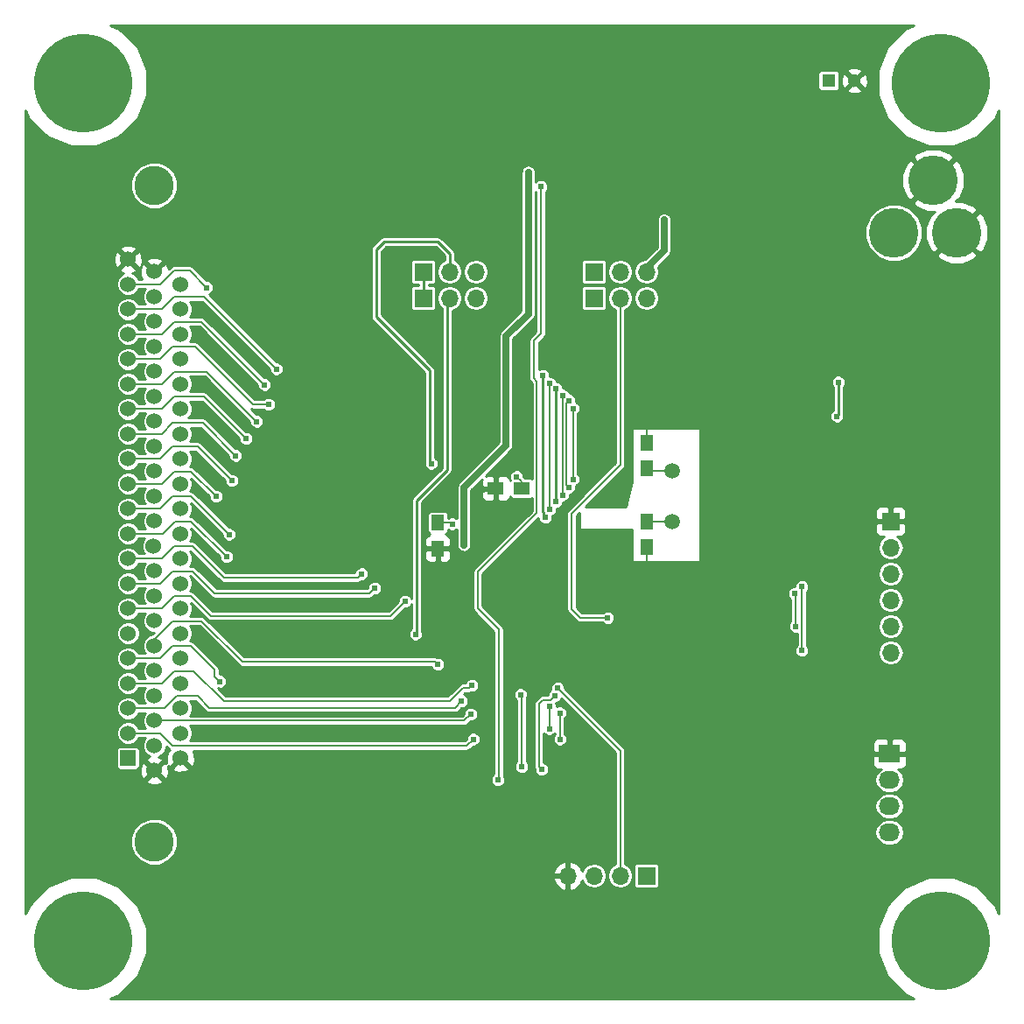
<source format=gbr>
G04 #@! TF.FileFunction,Copper,L2,Bot,Signal*
%FSLAX46Y46*%
G04 Gerber Fmt 4.6, Leading zero omitted, Abs format (unit mm)*
G04 Created by KiCad (PCBNEW (after 2015-mar-04 BZR unknown)-product) date 3/3/2017 1:47:36 PM*
%MOMM*%
G01*
G04 APERTURE LIST*
%ADD10C,0.100000*%
%ADD11R,1.250000X1.500000*%
%ADD12R,1.500000X1.250000*%
%ADD13C,4.800600*%
%ADD14C,1.501140*%
%ADD15R,2.032000X1.727200*%
%ADD16O,2.032000X1.727200*%
%ADD17C,9.525000*%
%ADD18C,1.524000*%
%ADD19R,1.524000X1.524000*%
%ADD20C,3.810000*%
%ADD21R,1.700000X1.700000*%
%ADD22O,1.700000X1.700000*%
%ADD23R,1.300000X1.300000*%
%ADD24C,1.300000*%
%ADD25C,0.610000*%
%ADD26C,0.203200*%
%ADD27C,0.635000*%
%ADD28C,0.254000*%
G04 APERTURE END LIST*
D10*
D11*
X50292000Y-61067000D03*
X50292000Y-58567000D03*
D12*
X55900000Y-55245000D03*
X58400000Y-55245000D03*
D13*
X100500000Y-30500000D03*
X94404000Y-30500000D03*
X98214000Y-25420000D03*
D11*
X70485000Y-50820000D03*
X70485000Y-53320000D03*
X70485000Y-60940000D03*
X70485000Y-58440000D03*
D14*
X73000000Y-53559060D03*
X73000000Y-58440940D03*
D15*
X93980000Y-80899000D03*
D16*
X93980000Y-83439000D03*
X93980000Y-85979000D03*
X93980000Y-88519000D03*
D17*
X16000000Y-16000000D03*
X99000000Y-16000000D03*
X16000000Y-99000000D03*
X99000000Y-99000000D03*
D18*
X22860000Y-43929300D03*
D19*
X20320000Y-81330800D03*
D18*
X20320000Y-78917800D03*
X20320000Y-76504800D03*
X20320000Y-74091800D03*
X20320000Y-71678800D03*
X20320000Y-69265800D03*
X20320000Y-66852800D03*
X20320000Y-64439800D03*
X20320000Y-62026800D03*
D20*
X22860000Y-89408000D03*
X22860000Y-25908000D03*
D18*
X20320000Y-59613800D03*
X20320000Y-57200800D03*
X20320000Y-54787800D03*
X20320000Y-52374800D03*
X20320000Y-49961800D03*
X20320000Y-47548800D03*
X20320000Y-45135800D03*
X20320000Y-42722800D03*
X20320000Y-40309800D03*
X20320000Y-37896800D03*
X20320000Y-35483800D03*
X20320000Y-33070800D03*
X22860000Y-82537300D03*
X22860000Y-80124300D03*
X22860000Y-77711300D03*
X22860000Y-75298300D03*
X22860000Y-72885300D03*
X22860000Y-70472300D03*
X22860000Y-68059300D03*
X22860000Y-65646300D03*
X22860000Y-63233300D03*
X22783800Y-60820300D03*
X22860000Y-58407300D03*
X22860000Y-55994300D03*
X22860000Y-53581300D03*
X22860000Y-51168300D03*
X22860000Y-48755300D03*
X22860000Y-46342300D03*
X22860000Y-41516300D03*
X22860000Y-39103300D03*
X22860000Y-36690300D03*
X22860000Y-34277300D03*
X25400000Y-81330800D03*
X25400000Y-78917800D03*
X25400000Y-76504800D03*
X25400000Y-74091800D03*
X25400000Y-71678800D03*
X25400000Y-69265800D03*
X25400000Y-66852800D03*
X25400000Y-64439800D03*
X25400000Y-62026800D03*
X25400000Y-59613800D03*
X25400000Y-57200800D03*
X25400000Y-54787800D03*
X25400000Y-52374800D03*
X25400000Y-49961800D03*
X25400000Y-47548800D03*
X25400000Y-45135800D03*
X25400000Y-42722800D03*
X25400000Y-40309800D03*
X25400000Y-37896800D03*
X25400000Y-35483800D03*
D21*
X94107000Y-58420000D03*
D22*
X94107000Y-60960000D03*
X94107000Y-63500000D03*
X94107000Y-66040000D03*
X94107000Y-68580000D03*
X94107000Y-71120000D03*
D21*
X70485000Y-92710000D03*
D22*
X67945000Y-92710000D03*
X65405000Y-92710000D03*
X62865000Y-92710000D03*
D21*
X48895000Y-36830000D03*
D22*
X51435000Y-36830000D03*
X53975000Y-36830000D03*
D21*
X65405000Y-36830000D03*
D22*
X67945000Y-36830000D03*
X70485000Y-36830000D03*
D21*
X48895000Y-34290000D03*
D22*
X51435000Y-34290000D03*
X53975000Y-34290000D03*
D21*
X65405000Y-34290000D03*
D22*
X67945000Y-34290000D03*
X70485000Y-34290000D03*
D23*
X88100000Y-15800000D03*
D24*
X90600000Y-15800000D03*
D25*
X43434000Y-70739000D03*
X51816000Y-59563000D03*
X44069000Y-52959000D03*
X66548000Y-70231000D03*
X54610000Y-55372000D03*
X56412000Y-53697000D03*
X56591200Y-97434400D03*
X72415400Y-73177400D03*
X65760600Y-46761400D03*
X67132200Y-60147200D03*
X53771800Y-18262600D03*
X39134800Y-19780000D03*
X65994600Y-18395000D03*
X72644000Y-19761200D03*
X83083400Y-18110200D03*
X89959200Y-21750000D03*
X57912000Y-66294000D03*
X56464200Y-66395600D03*
X56896000Y-51054000D03*
X52832000Y-60706000D03*
X59055000Y-24638000D03*
X56108600Y-83439000D03*
X60274200Y-26060400D03*
X49657000Y-52832000D03*
X51689000Y-58674000D03*
X57912000Y-54102000D03*
X30099000Y-59690000D03*
X60706000Y-58039000D03*
X60452000Y-44323000D03*
X27940000Y-35814000D03*
X61087000Y-45085000D03*
X61087000Y-57277000D03*
X61722000Y-56515000D03*
X61722000Y-45593000D03*
X62357000Y-55880000D03*
X34671000Y-43688000D03*
X62357000Y-46228000D03*
X62992000Y-46736000D03*
X62992000Y-55118000D03*
X63373000Y-54356000D03*
X63373000Y-47498000D03*
X33528000Y-45212000D03*
X33909000Y-47117000D03*
X32766000Y-48768000D03*
X31750000Y-50419000D03*
X30734000Y-52070000D03*
X30353000Y-54483000D03*
X28829000Y-56007000D03*
X89027000Y-44958000D03*
X88900000Y-48260000D03*
X84836000Y-65405000D03*
X84912200Y-68580000D03*
X85521800Y-64744600D03*
X85521800Y-70916800D03*
X72186800Y-29260800D03*
X62103000Y-76962000D03*
X62103000Y-79502000D03*
X53721000Y-79502000D03*
X61087000Y-76327000D03*
X61087000Y-78486000D03*
X52578000Y-75819000D03*
X53467000Y-77089000D03*
X53594000Y-74295000D03*
X29210000Y-73914000D03*
X47117000Y-66167000D03*
X50292000Y-72263000D03*
X44196000Y-64897000D03*
X42926000Y-63500000D03*
X29845000Y-61849000D03*
X58293000Y-75184000D03*
X58420000Y-82169000D03*
X60325000Y-82423000D03*
X61595000Y-75311000D03*
X61899800Y-74574400D03*
X48133000Y-69342000D03*
X66734000Y-67750000D03*
D26*
X70485000Y-50820000D02*
X70485000Y-49403000D01*
X70485000Y-49403000D02*
X70612000Y-49276000D01*
X54737000Y-55245000D02*
X54610000Y-55372000D01*
X55900000Y-55245000D02*
X54737000Y-55245000D01*
X56412000Y-53697000D02*
X56388000Y-53721000D01*
X70485000Y-62560200D02*
X70383400Y-62661800D01*
X70485000Y-60940000D02*
X70485000Y-62560200D01*
D27*
X39134800Y-19780000D02*
X39141400Y-19786600D01*
X65994600Y-18395000D02*
X65989200Y-18389600D01*
X89959200Y-21750000D02*
X89966800Y-21742400D01*
D26*
X56896000Y-51054000D02*
X52832000Y-55118000D01*
D27*
X52832000Y-55118000D02*
X56896000Y-51054000D01*
X52832000Y-60706000D02*
X52832000Y-55118000D01*
X56896000Y-40513000D02*
X59055000Y-38354000D01*
X59055000Y-38354000D02*
X59055000Y-24638000D01*
X56896000Y-51054000D02*
X56896000Y-40513000D01*
D26*
X56108600Y-83439000D02*
X56210200Y-83337400D01*
X56210200Y-83337400D02*
X56210200Y-68884800D01*
X56210200Y-68884800D02*
X54152800Y-66827400D01*
X54152800Y-66827400D02*
X54152800Y-63322200D01*
X54152800Y-63322200D02*
X59867800Y-57607200D01*
X59867800Y-57607200D02*
X59867800Y-44881800D01*
X59867800Y-44881800D02*
X59588400Y-44602400D01*
X59588400Y-44602400D02*
X59588400Y-40970200D01*
X59588400Y-40970200D02*
X60274200Y-40284400D01*
X60274200Y-40284400D02*
X60274200Y-26060400D01*
D28*
X49657000Y-52832000D02*
X49530000Y-52705000D01*
X49530000Y-52705000D02*
X49530000Y-43815000D01*
X49530000Y-43815000D02*
X44323000Y-38608000D01*
X44323000Y-38608000D02*
X44323000Y-32131000D01*
X44323000Y-32131000D02*
X45085000Y-31369000D01*
X45085000Y-31369000D02*
X50292000Y-31369000D01*
X50292000Y-31369000D02*
X51435000Y-32512000D01*
X51435000Y-32512000D02*
X51435000Y-34290000D01*
D26*
X51689000Y-58674000D02*
X51582000Y-58567000D01*
X51582000Y-58567000D02*
X50292000Y-58567000D01*
X58400000Y-54590000D02*
X57912000Y-54102000D01*
X58400000Y-55245000D02*
X58400000Y-54590000D01*
X30099000Y-59690000D02*
X26416000Y-56007000D01*
X26416000Y-56007000D02*
X24638000Y-56007000D01*
X24638000Y-56007000D02*
X23444200Y-57200800D01*
X23444200Y-57200800D02*
X20320000Y-57200800D01*
D28*
X60706000Y-58039000D02*
X60452000Y-57404000D01*
X60452000Y-57404000D02*
X60452000Y-44323000D01*
D26*
X26289000Y-34163000D02*
X27940000Y-35814000D01*
X24765000Y-34163000D02*
X26289000Y-34163000D01*
X23444200Y-35483800D02*
X24765000Y-34163000D01*
X20320000Y-35483800D02*
X23444200Y-35483800D01*
X61087000Y-45085000D02*
X61087000Y-57277000D01*
D28*
X61722000Y-56515000D02*
X61722000Y-45593000D01*
D26*
X23571200Y-37896800D02*
X20320000Y-37896800D01*
X34671000Y-43688000D02*
X27686000Y-36703000D01*
X27686000Y-36703000D02*
X24765000Y-36703000D01*
X24765000Y-36703000D02*
X23571200Y-37896800D01*
X62357000Y-55880000D02*
X62357000Y-46228000D01*
X62738002Y-54610002D02*
X62738002Y-46989998D01*
X62738002Y-46989998D02*
X62992000Y-46736000D01*
X62738002Y-46989998D02*
X62992000Y-46736000D01*
X62992000Y-55118000D02*
X62738002Y-54864002D01*
X62738002Y-54864002D02*
X62738002Y-46989998D01*
X63373000Y-54356000D02*
X63373000Y-47498000D01*
X33528000Y-45212000D02*
X27432000Y-39116000D01*
X27432000Y-39116000D02*
X24765000Y-39116000D01*
X24765000Y-39116000D02*
X23571200Y-40309800D01*
X23571200Y-40309800D02*
X20320000Y-40309800D01*
X23444200Y-42722800D02*
X24638000Y-41529000D01*
X24638000Y-41529000D02*
X26797000Y-41529000D01*
X26797000Y-41529000D02*
X32385000Y-47117000D01*
X32385000Y-47117000D02*
X33909000Y-47117000D01*
X20320000Y-42722800D02*
X23444200Y-42722800D01*
X32766000Y-48768000D02*
X27940000Y-43942000D01*
X27940000Y-43942000D02*
X24765000Y-43942000D01*
X24765000Y-43942000D02*
X23571200Y-45135800D01*
X23571200Y-45135800D02*
X20320000Y-45135800D01*
X20370800Y-47498000D02*
X20320000Y-47548800D01*
X31750000Y-50419000D02*
X27686000Y-46355000D01*
X27686000Y-46355000D02*
X24765000Y-46355000D01*
X24765000Y-46355000D02*
X23622000Y-47498000D01*
X23622000Y-47498000D02*
X20370800Y-47498000D01*
X30734000Y-52070000D02*
X27559000Y-48895000D01*
X27559000Y-48895000D02*
X24638000Y-48895000D01*
X24638000Y-48895000D02*
X23571200Y-49961800D01*
X23571200Y-49961800D02*
X20320000Y-49961800D01*
X30353000Y-54483000D02*
X27051000Y-51181000D01*
X27051000Y-51181000D02*
X24638000Y-51181000D01*
X24638000Y-51181000D02*
X23444200Y-52374800D01*
X23444200Y-52374800D02*
X20320000Y-52374800D01*
X28829000Y-56007000D02*
X26416000Y-53594000D01*
X26416000Y-53594000D02*
X24765000Y-53594000D01*
X24765000Y-53594000D02*
X23571200Y-54787800D01*
X23571200Y-54787800D02*
X20320000Y-54787800D01*
X70724060Y-53559060D02*
X70485000Y-53320000D01*
X73000000Y-53559060D02*
X70724060Y-53559060D01*
X70485940Y-58440940D02*
X70485000Y-58440000D01*
X73000000Y-58440940D02*
X70485940Y-58440940D01*
D28*
X89027000Y-48133000D02*
X89027000Y-44958000D01*
X88900000Y-48260000D02*
X89027000Y-48133000D01*
D26*
X84836000Y-65405000D02*
X84912200Y-65481200D01*
X84912200Y-65481200D02*
X84912200Y-68580000D01*
X85521800Y-64744600D02*
X85521800Y-70916800D01*
D28*
X48895000Y-34290000D02*
X48895000Y-36830000D01*
D27*
X72186800Y-32232600D02*
X72186800Y-29260800D01*
X70485000Y-33934400D02*
X72186800Y-32232600D01*
X70485000Y-34290000D02*
X70485000Y-33934400D01*
D26*
X24638000Y-80137000D02*
X23418800Y-78917800D01*
X30048200Y-80137000D02*
X24638000Y-80137000D01*
X23418800Y-78917800D02*
X20320000Y-78917800D01*
X62103000Y-76962000D02*
X62103000Y-79502000D01*
X53086000Y-80137000D02*
X53721000Y-79502000D01*
X30048200Y-80137000D02*
X53086000Y-80137000D01*
X61087000Y-76327000D02*
X61087000Y-78486000D01*
X52578000Y-75819000D02*
X51943000Y-76454000D01*
X51943000Y-76454000D02*
X28194000Y-76454000D01*
X28194000Y-76454000D02*
X27051000Y-75311000D01*
X27051000Y-75311000D02*
X25019000Y-75311000D01*
X25019000Y-75311000D02*
X23825200Y-76504800D01*
X23825200Y-76504800D02*
X20320000Y-76504800D01*
X52844700Y-77711300D02*
X53467000Y-77089000D01*
X22860000Y-77711300D02*
X52844700Y-77711300D01*
X53594000Y-74295000D02*
X53340000Y-74549000D01*
X53340000Y-74549000D02*
X52705000Y-74549000D01*
X52705000Y-74549000D02*
X51435000Y-75819000D01*
X51435000Y-75819000D02*
X29591000Y-75819000D01*
X29591000Y-75819000D02*
X26670000Y-72898000D01*
X26670000Y-72898000D02*
X24765000Y-72898000D01*
X24765000Y-72898000D02*
X23571200Y-74091800D01*
X23571200Y-74091800D02*
X20320000Y-74091800D01*
X29210000Y-73914000D02*
X28702000Y-73406000D01*
X28702000Y-73406000D02*
X28702000Y-72771000D01*
X28702000Y-72771000D02*
X26416000Y-70485000D01*
X26416000Y-70485000D02*
X24638000Y-70485000D01*
X24638000Y-70485000D02*
X23444200Y-71678800D01*
X23444200Y-71678800D02*
X20320000Y-71678800D01*
X47117000Y-66167000D02*
X45720000Y-67564000D01*
X45720000Y-67564000D02*
X28321000Y-67564000D01*
X28321000Y-67564000D02*
X26416000Y-65659000D01*
X26416000Y-65659000D02*
X24765000Y-65659000D01*
X24765000Y-65659000D02*
X23571200Y-66852800D01*
X23571200Y-66852800D02*
X20320000Y-66852800D01*
X22860000Y-69850000D02*
X22860000Y-70472300D01*
X50292000Y-72263000D02*
X50038000Y-72009000D01*
X50038000Y-72009000D02*
X31369000Y-72009000D01*
X31369000Y-72009000D02*
X27432000Y-68072000D01*
X27432000Y-68072000D02*
X24638000Y-68072000D01*
X24638000Y-68072000D02*
X22860000Y-69850000D01*
X44196000Y-64897000D02*
X43688000Y-65405000D01*
X43688000Y-65405000D02*
X28702000Y-65405000D01*
X28702000Y-65405000D02*
X26543000Y-63246000D01*
X26543000Y-63246000D02*
X24638000Y-63246000D01*
X24638000Y-63246000D02*
X23444200Y-64439800D01*
X23444200Y-64439800D02*
X20320000Y-64439800D01*
X42926000Y-63500000D02*
X42545000Y-63881000D01*
X42545000Y-63881000D02*
X29591000Y-63881000D01*
X29591000Y-63881000D02*
X26543000Y-60833000D01*
X26543000Y-60833000D02*
X24765000Y-60833000D01*
X24765000Y-60833000D02*
X23571200Y-62026800D01*
X23571200Y-62026800D02*
X20320000Y-62026800D01*
X23698200Y-59613800D02*
X24892000Y-58420000D01*
X24892000Y-58420000D02*
X26416000Y-58420000D01*
X26416000Y-58420000D02*
X29845000Y-61849000D01*
X20320000Y-59613800D02*
X23698200Y-59613800D01*
X58293000Y-75184000D02*
X58420000Y-75311000D01*
X58420000Y-75311000D02*
X58420000Y-82169000D01*
X60579000Y-75692000D02*
X60452000Y-75692000D01*
X60452000Y-75692000D02*
X60071000Y-76073000D01*
X60071000Y-76073000D02*
X60071000Y-82169000D01*
X60071000Y-82169000D02*
X60325000Y-82423000D01*
X61595000Y-75311000D02*
X61214000Y-75692000D01*
X61214000Y-75692000D02*
X60579000Y-75692000D01*
X61899800Y-74574400D02*
X67945000Y-80619600D01*
X67945000Y-80619600D02*
X67945000Y-92710000D01*
D28*
X51181000Y-37084000D02*
X51435000Y-36830000D01*
X48133000Y-69342000D02*
X48260000Y-69215000D01*
X48260000Y-69215000D02*
X48260000Y-56388000D01*
X48260000Y-56388000D02*
X51181000Y-53467000D01*
X51181000Y-53467000D02*
X51181000Y-37084000D01*
X67691000Y-37084000D02*
X67945000Y-36830000D01*
D26*
X64067000Y-67750000D02*
X63246000Y-66929000D01*
X63246000Y-66929000D02*
X63246000Y-57683400D01*
X66734000Y-67750000D02*
X64067000Y-67750000D01*
X67945000Y-52959000D02*
X67945000Y-36830000D01*
X63246000Y-57658000D02*
X67945000Y-52959000D01*
X63246000Y-57683400D02*
X63246000Y-57658000D01*
D28*
G36*
X104569000Y-96348473D02*
X104224815Y-95515482D01*
X103536369Y-94825833D01*
X103536369Y-31098358D01*
X103534221Y-29890843D01*
X103076257Y-28785221D01*
X102663936Y-28515670D01*
X102484330Y-28695275D01*
X102484330Y-28336064D01*
X102214779Y-27923743D01*
X101250369Y-27526279D01*
X101098358Y-27463631D01*
X100438412Y-27464804D01*
X100377937Y-27404329D01*
X100790257Y-27134779D01*
X101250369Y-26018358D01*
X101248221Y-24810843D01*
X100790257Y-23705221D01*
X100377936Y-23435670D01*
X100198330Y-23615275D01*
X100198330Y-23256064D01*
X99928779Y-22843743D01*
X98812358Y-22383631D01*
X97604843Y-22385779D01*
X96499221Y-22843743D01*
X96229670Y-23256064D01*
X98214000Y-25240395D01*
X100198330Y-23256064D01*
X100198330Y-23615275D01*
X98393605Y-25420000D01*
X98407747Y-25434142D01*
X98228142Y-25613747D01*
X98214000Y-25599605D01*
X98034395Y-25779210D01*
X98034395Y-25420000D01*
X96050064Y-23435670D01*
X95637743Y-23705221D01*
X95177631Y-24821642D01*
X95179779Y-26029157D01*
X95637743Y-27134779D01*
X96050064Y-27404330D01*
X98034395Y-25420000D01*
X98034395Y-25779210D01*
X96229670Y-27583936D01*
X96499221Y-27996257D01*
X97615642Y-28456369D01*
X98275586Y-28455194D01*
X98336062Y-28515670D01*
X97923743Y-28785221D01*
X97463631Y-29901642D01*
X97465779Y-31109157D01*
X97923743Y-32214779D01*
X98336064Y-32484330D01*
X100320395Y-30500000D01*
X100306252Y-30485857D01*
X100485857Y-30306252D01*
X100500000Y-30320395D01*
X102484330Y-28336064D01*
X102484330Y-28695275D01*
X100679605Y-30500000D01*
X102663936Y-32484330D01*
X103076257Y-32214779D01*
X103536369Y-31098358D01*
X103536369Y-94825833D01*
X102493632Y-93781275D01*
X102484330Y-93777412D01*
X102484330Y-32663936D01*
X100500000Y-30679605D01*
X100320395Y-30859210D01*
X98515670Y-32663936D01*
X98785221Y-33076257D01*
X99901642Y-33536369D01*
X101109157Y-33534221D01*
X102214779Y-33076257D01*
X102484330Y-32663936D01*
X102484330Y-93777412D01*
X100230575Y-92841571D01*
X97780175Y-92839433D01*
X97185782Y-93085031D01*
X97185782Y-29949192D01*
X96763246Y-28926578D01*
X95981537Y-28143503D01*
X94959662Y-27719184D01*
X93853192Y-27718218D01*
X92830578Y-28140754D01*
X92047503Y-28922463D01*
X91897622Y-29283417D01*
X91897622Y-15980922D01*
X91868083Y-15470572D01*
X91729611Y-15136271D01*
X91499016Y-15080590D01*
X91319410Y-15260195D01*
X91319410Y-14900984D01*
X91263729Y-14670389D01*
X90780922Y-14502378D01*
X90270572Y-14531917D01*
X89936271Y-14670389D01*
X89880590Y-14900984D01*
X90600000Y-15620395D01*
X91319410Y-14900984D01*
X91319410Y-15260195D01*
X90779605Y-15800000D01*
X91499016Y-16519410D01*
X91729611Y-16463729D01*
X91897622Y-15980922D01*
X91897622Y-29283417D01*
X91623184Y-29944338D01*
X91622218Y-31050808D01*
X92044754Y-32073422D01*
X92826463Y-32856497D01*
X93848338Y-33280816D01*
X94954808Y-33281782D01*
X95977422Y-32859246D01*
X96760497Y-32077537D01*
X97184816Y-31055662D01*
X97185782Y-29949192D01*
X97185782Y-93085031D01*
X95631000Y-93727453D01*
X95631000Y-81888910D01*
X95631000Y-81636291D01*
X95631000Y-81184750D01*
X95631000Y-80613250D01*
X95631000Y-80161709D01*
X95631000Y-79909090D01*
X95592000Y-79814935D01*
X95592000Y-59396310D01*
X95592000Y-59143691D01*
X95592000Y-58705750D01*
X95592000Y-58134250D01*
X95592000Y-57696309D01*
X95592000Y-57443690D01*
X95495327Y-57210301D01*
X95316698Y-57031673D01*
X95083309Y-56935000D01*
X94392750Y-56935000D01*
X94234000Y-57093750D01*
X94234000Y-58293000D01*
X95433250Y-58293000D01*
X95592000Y-58134250D01*
X95592000Y-58705750D01*
X95433250Y-58547000D01*
X94234000Y-58547000D01*
X94234000Y-58567000D01*
X93980000Y-58567000D01*
X93980000Y-58547000D01*
X93980000Y-58293000D01*
X93980000Y-57093750D01*
X93821250Y-56935000D01*
X93130691Y-56935000D01*
X92897302Y-57031673D01*
X92718673Y-57210301D01*
X92622000Y-57443690D01*
X92622000Y-57696309D01*
X92622000Y-58134250D01*
X92780750Y-58293000D01*
X93980000Y-58293000D01*
X93980000Y-58547000D01*
X92780750Y-58547000D01*
X92622000Y-58705750D01*
X92622000Y-59143691D01*
X92622000Y-59396310D01*
X92718673Y-59629699D01*
X92897302Y-59808327D01*
X93130691Y-59905000D01*
X93488635Y-59905000D01*
X93212435Y-60089552D01*
X92945587Y-60488917D01*
X92851883Y-60960000D01*
X92945587Y-61431083D01*
X93212435Y-61830448D01*
X93611800Y-62097296D01*
X94082883Y-62191000D01*
X94131117Y-62191000D01*
X94602200Y-62097296D01*
X95001565Y-61830448D01*
X95268413Y-61431083D01*
X95362117Y-60960000D01*
X95268413Y-60488917D01*
X95001565Y-60089552D01*
X94725364Y-59905000D01*
X95083309Y-59905000D01*
X95316698Y-59808327D01*
X95495327Y-59629699D01*
X95592000Y-59396310D01*
X95592000Y-79814935D01*
X95534327Y-79675701D01*
X95362117Y-79503491D01*
X95362117Y-71120000D01*
X95362117Y-68580000D01*
X95362117Y-66040000D01*
X95362117Y-63500000D01*
X95268413Y-63028917D01*
X95001565Y-62629552D01*
X94602200Y-62362704D01*
X94131117Y-62269000D01*
X94082883Y-62269000D01*
X93611800Y-62362704D01*
X93212435Y-62629552D01*
X92945587Y-63028917D01*
X92851883Y-63500000D01*
X92945587Y-63971083D01*
X93212435Y-64370448D01*
X93611800Y-64637296D01*
X94082883Y-64731000D01*
X94131117Y-64731000D01*
X94602200Y-64637296D01*
X95001565Y-64370448D01*
X95268413Y-63971083D01*
X95362117Y-63500000D01*
X95362117Y-66040000D01*
X95268413Y-65568917D01*
X95001565Y-65169552D01*
X94602200Y-64902704D01*
X94131117Y-64809000D01*
X94082883Y-64809000D01*
X93611800Y-64902704D01*
X93212435Y-65169552D01*
X92945587Y-65568917D01*
X92851883Y-66040000D01*
X92945587Y-66511083D01*
X93212435Y-66910448D01*
X93611800Y-67177296D01*
X94082883Y-67271000D01*
X94131117Y-67271000D01*
X94602200Y-67177296D01*
X95001565Y-66910448D01*
X95268413Y-66511083D01*
X95362117Y-66040000D01*
X95362117Y-68580000D01*
X95268413Y-68108917D01*
X95001565Y-67709552D01*
X94602200Y-67442704D01*
X94131117Y-67349000D01*
X94082883Y-67349000D01*
X93611800Y-67442704D01*
X93212435Y-67709552D01*
X92945587Y-68108917D01*
X92851883Y-68580000D01*
X92945587Y-69051083D01*
X93212435Y-69450448D01*
X93611800Y-69717296D01*
X94082883Y-69811000D01*
X94131117Y-69811000D01*
X94602200Y-69717296D01*
X95001565Y-69450448D01*
X95268413Y-69051083D01*
X95362117Y-68580000D01*
X95362117Y-71120000D01*
X95268413Y-70648917D01*
X95001565Y-70249552D01*
X94602200Y-69982704D01*
X94131117Y-69889000D01*
X94082883Y-69889000D01*
X93611800Y-69982704D01*
X93212435Y-70249552D01*
X92945587Y-70648917D01*
X92851883Y-71120000D01*
X92945587Y-71591083D01*
X93212435Y-71990448D01*
X93611800Y-72257296D01*
X94082883Y-72351000D01*
X94131117Y-72351000D01*
X94602200Y-72257296D01*
X95001565Y-71990448D01*
X95268413Y-71591083D01*
X95362117Y-71120000D01*
X95362117Y-79503491D01*
X95355698Y-79497073D01*
X95122309Y-79400400D01*
X94265750Y-79400400D01*
X94107000Y-79559150D01*
X94107000Y-80772000D01*
X95472250Y-80772000D01*
X95631000Y-80613250D01*
X95631000Y-81184750D01*
X95472250Y-81026000D01*
X94107000Y-81026000D01*
X94107000Y-81046000D01*
X93853000Y-81046000D01*
X93853000Y-81026000D01*
X93853000Y-80772000D01*
X93853000Y-79559150D01*
X93694250Y-79400400D01*
X92837691Y-79400400D01*
X92604302Y-79497073D01*
X92425673Y-79675701D01*
X92329000Y-79909090D01*
X92329000Y-80161709D01*
X92329000Y-80613250D01*
X92487750Y-80772000D01*
X93853000Y-80772000D01*
X93853000Y-81026000D01*
X92487750Y-81026000D01*
X92329000Y-81184750D01*
X92329000Y-81636291D01*
X92329000Y-81888910D01*
X92425673Y-82122299D01*
X92604302Y-82300927D01*
X92837691Y-82397600D01*
X93161621Y-82397600D01*
X92920166Y-82558935D01*
X92650371Y-82962712D01*
X92555631Y-83439000D01*
X92650371Y-83915288D01*
X92920166Y-84319065D01*
X93323943Y-84588860D01*
X93800231Y-84683600D01*
X94159769Y-84683600D01*
X94636057Y-84588860D01*
X95039834Y-84319065D01*
X95309629Y-83915288D01*
X95404369Y-83439000D01*
X95309629Y-82962712D01*
X95039834Y-82558935D01*
X94798378Y-82397600D01*
X95122309Y-82397600D01*
X95355698Y-82300927D01*
X95534327Y-82122299D01*
X95631000Y-81888910D01*
X95631000Y-93727453D01*
X95515482Y-93775185D01*
X95404369Y-93886104D01*
X95404369Y-88519000D01*
X95404369Y-85979000D01*
X95309629Y-85502712D01*
X95039834Y-85098935D01*
X94636057Y-84829140D01*
X94159769Y-84734400D01*
X93800231Y-84734400D01*
X93323943Y-84829140D01*
X92920166Y-85098935D01*
X92650371Y-85502712D01*
X92555631Y-85979000D01*
X92650371Y-86455288D01*
X92920166Y-86859065D01*
X93323943Y-87128860D01*
X93800231Y-87223600D01*
X94159769Y-87223600D01*
X94636057Y-87128860D01*
X95039834Y-86859065D01*
X95309629Y-86455288D01*
X95404369Y-85979000D01*
X95404369Y-88519000D01*
X95309629Y-88042712D01*
X95039834Y-87638935D01*
X94636057Y-87369140D01*
X94159769Y-87274400D01*
X93800231Y-87274400D01*
X93323943Y-87369140D01*
X92920166Y-87638935D01*
X92650371Y-88042712D01*
X92555631Y-88519000D01*
X92650371Y-88995288D01*
X92920166Y-89399065D01*
X93323943Y-89668860D01*
X93800231Y-89763600D01*
X94159769Y-89763600D01*
X94636057Y-89668860D01*
X95039834Y-89399065D01*
X95309629Y-88995288D01*
X95404369Y-88519000D01*
X95404369Y-93886104D01*
X93781275Y-95506368D01*
X92841571Y-97769425D01*
X92839433Y-100219825D01*
X93775185Y-102484518D01*
X95506368Y-104218725D01*
X96349923Y-104569000D01*
X91319410Y-104569000D01*
X91319410Y-16699016D01*
X90600000Y-15979605D01*
X90420395Y-16159210D01*
X90420395Y-15800000D01*
X89700984Y-15080590D01*
X89470389Y-15136271D01*
X89302378Y-15619078D01*
X89331917Y-16129428D01*
X89470389Y-16463729D01*
X89700984Y-16519410D01*
X90420395Y-15800000D01*
X90420395Y-16159210D01*
X89880590Y-16699016D01*
X89936271Y-16929611D01*
X90419078Y-17097622D01*
X90929428Y-17068083D01*
X91263729Y-16929611D01*
X91319410Y-16699016D01*
X91319410Y-104569000D01*
X89713119Y-104569000D01*
X89713119Y-44822145D01*
X89608902Y-44569920D01*
X89416095Y-44376776D01*
X89164053Y-44272119D01*
X89138464Y-44272096D01*
X89138464Y-16450000D01*
X89138464Y-15150000D01*
X89110278Y-15004726D01*
X89026404Y-14877044D01*
X88899784Y-14791574D01*
X88750000Y-14761536D01*
X87450000Y-14761536D01*
X87304726Y-14789722D01*
X87177044Y-14873596D01*
X87091574Y-15000216D01*
X87061536Y-15150000D01*
X87061536Y-16450000D01*
X87089722Y-16595274D01*
X87173596Y-16722956D01*
X87300216Y-16808426D01*
X87450000Y-16838464D01*
X88750000Y-16838464D01*
X88895274Y-16810278D01*
X89022956Y-16726404D01*
X89108426Y-16599784D01*
X89138464Y-16450000D01*
X89138464Y-44272096D01*
X88891145Y-44271881D01*
X88638920Y-44376098D01*
X88445776Y-44568905D01*
X88341119Y-44820947D01*
X88340881Y-45093855D01*
X88445098Y-45346080D01*
X88519000Y-45420111D01*
X88519000Y-47675172D01*
X88511920Y-47678098D01*
X88318776Y-47870905D01*
X88214119Y-48122947D01*
X88213881Y-48395855D01*
X88318098Y-48648080D01*
X88510905Y-48841224D01*
X88762947Y-48945881D01*
X89035855Y-48946119D01*
X89288080Y-48841902D01*
X89481224Y-48649095D01*
X89585881Y-48397053D01*
X89586119Y-48124145D01*
X89535000Y-48000427D01*
X89535000Y-45420191D01*
X89608224Y-45347095D01*
X89712881Y-45095053D01*
X89713119Y-44822145D01*
X89713119Y-104569000D01*
X86207919Y-104569000D01*
X86207919Y-70780945D01*
X86103702Y-70528720D01*
X86004400Y-70429244D01*
X86004400Y-65232146D01*
X86103024Y-65133695D01*
X86207681Y-64881653D01*
X86207919Y-64608745D01*
X86103702Y-64356520D01*
X85910895Y-64163376D01*
X85658853Y-64058719D01*
X85385945Y-64058481D01*
X85133720Y-64162698D01*
X84940576Y-64355505D01*
X84835919Y-64607547D01*
X84835821Y-64718999D01*
X84700145Y-64718881D01*
X84447920Y-64823098D01*
X84254776Y-65015905D01*
X84150119Y-65267947D01*
X84149881Y-65540855D01*
X84254098Y-65793080D01*
X84429600Y-65968888D01*
X84429600Y-68092453D01*
X84330976Y-68190905D01*
X84226319Y-68442947D01*
X84226081Y-68715855D01*
X84330298Y-68968080D01*
X84523105Y-69161224D01*
X84775147Y-69265881D01*
X85039200Y-69266111D01*
X85039200Y-70429253D01*
X84940576Y-70527705D01*
X84835919Y-70779747D01*
X84835681Y-71052655D01*
X84939898Y-71304880D01*
X85132705Y-71498024D01*
X85384747Y-71602681D01*
X85657655Y-71602919D01*
X85909880Y-71498702D01*
X86103024Y-71305895D01*
X86207681Y-71053853D01*
X86207919Y-70780945D01*
X86207919Y-104569000D01*
X75692000Y-104569000D01*
X75692000Y-62357000D01*
X75692000Y-49403000D01*
X72885300Y-49403000D01*
X72885300Y-32232600D01*
X72885300Y-29260800D01*
X72872855Y-29198235D01*
X72872919Y-29124945D01*
X72844684Y-29056612D01*
X72832130Y-28993496D01*
X72796690Y-28940456D01*
X72768702Y-28872720D01*
X72716466Y-28820392D01*
X72680714Y-28766886D01*
X72627674Y-28731446D01*
X72575895Y-28679576D01*
X72507610Y-28651221D01*
X72454104Y-28615470D01*
X72391540Y-28603025D01*
X72323853Y-28574919D01*
X72249915Y-28574854D01*
X72186800Y-28562300D01*
X72124235Y-28574744D01*
X72050945Y-28574681D01*
X71982612Y-28602915D01*
X71919496Y-28615470D01*
X71866456Y-28650909D01*
X71798720Y-28678898D01*
X71746392Y-28731133D01*
X71692886Y-28766886D01*
X71657446Y-28819925D01*
X71605576Y-28871705D01*
X71577221Y-28939989D01*
X71541470Y-28993496D01*
X71529025Y-29056059D01*
X71500919Y-29123747D01*
X71500854Y-29197684D01*
X71488300Y-29260800D01*
X71488300Y-31943272D01*
X70374761Y-33056810D01*
X70013917Y-33128587D01*
X69614552Y-33395435D01*
X69347704Y-33794800D01*
X69254000Y-34265883D01*
X69254000Y-34314117D01*
X69347704Y-34785200D01*
X69614552Y-35184565D01*
X70013917Y-35451413D01*
X70485000Y-35545117D01*
X70956083Y-35451413D01*
X71355448Y-35184565D01*
X71622296Y-34785200D01*
X71716000Y-34314117D01*
X71716000Y-34265883D01*
X71622296Y-33794800D01*
X71618343Y-33788884D01*
X72680714Y-32726514D01*
X72832130Y-32499904D01*
X72885300Y-32232600D01*
X72885300Y-49403000D01*
X71716000Y-49403000D01*
X71716000Y-36854117D01*
X71716000Y-36805883D01*
X71622296Y-36334800D01*
X71355448Y-35935435D01*
X70956083Y-35668587D01*
X70485000Y-35574883D01*
X70013917Y-35668587D01*
X69614552Y-35935435D01*
X69347704Y-36334800D01*
X69254000Y-36805883D01*
X69254000Y-36854117D01*
X69347704Y-37325200D01*
X69614552Y-37724565D01*
X70013917Y-37991413D01*
X70485000Y-38085117D01*
X70956083Y-37991413D01*
X71355448Y-37724565D01*
X71622296Y-37325200D01*
X71716000Y-36854117D01*
X71716000Y-49403000D01*
X69088000Y-49403000D01*
X69088000Y-50165000D01*
X69088000Y-54594366D01*
X68480841Y-57023000D01*
X64563499Y-57023000D01*
X68286246Y-53300252D01*
X68286250Y-53300250D01*
X68286250Y-53300249D01*
X68390864Y-53143683D01*
X68427600Y-52959000D01*
X68427601Y-52959000D01*
X68427600Y-52958994D01*
X68427600Y-37983717D01*
X68815448Y-37724565D01*
X69082296Y-37325200D01*
X69176000Y-36854117D01*
X69176000Y-36805883D01*
X69176000Y-34314117D01*
X69176000Y-34265883D01*
X69082296Y-33794800D01*
X68815448Y-33395435D01*
X68416083Y-33128587D01*
X67945000Y-33034883D01*
X67473917Y-33128587D01*
X67074552Y-33395435D01*
X66807704Y-33794800D01*
X66714000Y-34265883D01*
X66714000Y-34314117D01*
X66807704Y-34785200D01*
X67074552Y-35184565D01*
X67473917Y-35451413D01*
X67945000Y-35545117D01*
X68416083Y-35451413D01*
X68815448Y-35184565D01*
X69082296Y-34785200D01*
X69176000Y-34314117D01*
X69176000Y-36805883D01*
X69082296Y-36334800D01*
X68815448Y-35935435D01*
X68416083Y-35668587D01*
X67945000Y-35574883D01*
X67473917Y-35668587D01*
X67074552Y-35935435D01*
X66807704Y-36334800D01*
X66714000Y-36805883D01*
X66714000Y-36854117D01*
X66807704Y-37325200D01*
X67074552Y-37724565D01*
X67462400Y-37983717D01*
X67462400Y-52759100D01*
X66643464Y-53578036D01*
X66643464Y-37680000D01*
X66643464Y-35980000D01*
X66643464Y-35140000D01*
X66643464Y-33440000D01*
X66615278Y-33294726D01*
X66531404Y-33167044D01*
X66404784Y-33081574D01*
X66255000Y-33051536D01*
X64555000Y-33051536D01*
X64409726Y-33079722D01*
X64282044Y-33163596D01*
X64196574Y-33290216D01*
X64166536Y-33440000D01*
X64166536Y-35140000D01*
X64194722Y-35285274D01*
X64278596Y-35412956D01*
X64405216Y-35498426D01*
X64555000Y-35528464D01*
X66255000Y-35528464D01*
X66400274Y-35500278D01*
X66527956Y-35416404D01*
X66613426Y-35289784D01*
X66643464Y-35140000D01*
X66643464Y-35980000D01*
X66615278Y-35834726D01*
X66531404Y-35707044D01*
X66404784Y-35621574D01*
X66255000Y-35591536D01*
X64555000Y-35591536D01*
X64409726Y-35619722D01*
X64282044Y-35703596D01*
X64196574Y-35830216D01*
X64166536Y-35980000D01*
X64166536Y-37680000D01*
X64194722Y-37825274D01*
X64278596Y-37952956D01*
X64405216Y-38038426D01*
X64555000Y-38068464D01*
X66255000Y-38068464D01*
X66400274Y-38040278D01*
X66527956Y-37956404D01*
X66613426Y-37829784D01*
X66643464Y-37680000D01*
X66643464Y-53578036D01*
X64059119Y-56162381D01*
X64059119Y-54220145D01*
X63954902Y-53967920D01*
X63855600Y-53868444D01*
X63855600Y-47985546D01*
X63954224Y-47887095D01*
X64058881Y-47635053D01*
X64059119Y-47362145D01*
X63954902Y-47109920D01*
X63762095Y-46916776D01*
X63674780Y-46880519D01*
X63677881Y-46873053D01*
X63678119Y-46600145D01*
X63573902Y-46347920D01*
X63381095Y-46154776D01*
X63129053Y-46050119D01*
X63025717Y-46050028D01*
X62938902Y-45839920D01*
X62746095Y-45646776D01*
X62494053Y-45542119D01*
X62408044Y-45542043D01*
X62408119Y-45457145D01*
X62303902Y-45204920D01*
X62111095Y-45011776D01*
X61859053Y-44907119D01*
X61755717Y-44907028D01*
X61668902Y-44696920D01*
X61476095Y-44503776D01*
X61224053Y-44399119D01*
X61137934Y-44399043D01*
X61138119Y-44187145D01*
X61033902Y-43934920D01*
X60841095Y-43741776D01*
X60589053Y-43637119D01*
X60316145Y-43636881D01*
X60071000Y-43738172D01*
X60071000Y-41170099D01*
X60615446Y-40625652D01*
X60615450Y-40625650D01*
X60615450Y-40625649D01*
X60720064Y-40469083D01*
X60756800Y-40284400D01*
X60756801Y-40284400D01*
X60756800Y-40284394D01*
X60756800Y-26547946D01*
X60855424Y-26449495D01*
X60960081Y-26197453D01*
X60960319Y-25924545D01*
X60856102Y-25672320D01*
X60663295Y-25479176D01*
X60411253Y-25374519D01*
X60138345Y-25374281D01*
X59886120Y-25478498D01*
X59753500Y-25610886D01*
X59753500Y-24638000D01*
X59741055Y-24575435D01*
X59741119Y-24502145D01*
X59712884Y-24433812D01*
X59700330Y-24370696D01*
X59664890Y-24317656D01*
X59636902Y-24249920D01*
X59584666Y-24197592D01*
X59548914Y-24144086D01*
X59495874Y-24108646D01*
X59444095Y-24056776D01*
X59375810Y-24028421D01*
X59322304Y-23992670D01*
X59259740Y-23980225D01*
X59192053Y-23952119D01*
X59118115Y-23952054D01*
X59055000Y-23939500D01*
X58992435Y-23951944D01*
X58919145Y-23951881D01*
X58850812Y-23980115D01*
X58787696Y-23992670D01*
X58734656Y-24028109D01*
X58666920Y-24056098D01*
X58614592Y-24108333D01*
X58561086Y-24144086D01*
X58525646Y-24197125D01*
X58473776Y-24248905D01*
X58445421Y-24317189D01*
X58409670Y-24370696D01*
X58397225Y-24433259D01*
X58369119Y-24500947D01*
X58369054Y-24574884D01*
X58356500Y-24638000D01*
X58356500Y-38064672D01*
X56402086Y-40019086D01*
X56250670Y-40245695D01*
X56197500Y-40513000D01*
X56197500Y-50764672D01*
X55206000Y-51756172D01*
X55206000Y-36854117D01*
X55206000Y-36805883D01*
X55206000Y-34314117D01*
X55206000Y-34265883D01*
X55112296Y-33794800D01*
X54845448Y-33395435D01*
X54446083Y-33128587D01*
X53975000Y-33034883D01*
X53503917Y-33128587D01*
X53104552Y-33395435D01*
X52837704Y-33794800D01*
X52744000Y-34265883D01*
X52744000Y-34314117D01*
X52837704Y-34785200D01*
X53104552Y-35184565D01*
X53503917Y-35451413D01*
X53975000Y-35545117D01*
X54446083Y-35451413D01*
X54845448Y-35184565D01*
X55112296Y-34785200D01*
X55206000Y-34314117D01*
X55206000Y-36805883D01*
X55112296Y-36334800D01*
X54845448Y-35935435D01*
X54446083Y-35668587D01*
X53975000Y-35574883D01*
X53503917Y-35668587D01*
X53104552Y-35935435D01*
X52837704Y-36334800D01*
X52744000Y-36805883D01*
X52744000Y-36854117D01*
X52837704Y-37325200D01*
X53104552Y-37724565D01*
X53503917Y-37991413D01*
X53975000Y-38085117D01*
X54446083Y-37991413D01*
X54845448Y-37724565D01*
X55112296Y-37325200D01*
X55206000Y-36854117D01*
X55206000Y-51756172D01*
X52338086Y-54624086D01*
X52186670Y-54850695D01*
X52133500Y-55118000D01*
X52133500Y-58148277D01*
X52078095Y-58092776D01*
X51826053Y-57988119D01*
X51553145Y-57987881D01*
X51319550Y-58084400D01*
X51305464Y-58084400D01*
X51305464Y-57817000D01*
X51277278Y-57671726D01*
X51193404Y-57544044D01*
X51066784Y-57458574D01*
X50917000Y-57428536D01*
X49667000Y-57428536D01*
X49521726Y-57456722D01*
X49394044Y-57540596D01*
X49308574Y-57667216D01*
X49278536Y-57817000D01*
X49278536Y-59317000D01*
X49306722Y-59462274D01*
X49390596Y-59589956D01*
X49517216Y-59675426D01*
X49549997Y-59682000D01*
X49540690Y-59682000D01*
X49307301Y-59778673D01*
X49128673Y-59957302D01*
X49032000Y-60190691D01*
X49032000Y-60781250D01*
X49190750Y-60940000D01*
X50165000Y-60940000D01*
X50165000Y-60920000D01*
X50419000Y-60920000D01*
X50419000Y-60940000D01*
X51393250Y-60940000D01*
X51552000Y-60781250D01*
X51552000Y-60190691D01*
X51455327Y-59957302D01*
X51276699Y-59778673D01*
X51043310Y-59682000D01*
X51037936Y-59682000D01*
X51062274Y-59677278D01*
X51189956Y-59593404D01*
X51275426Y-59466784D01*
X51305464Y-59317000D01*
X51305464Y-59257532D01*
X51551947Y-59359881D01*
X51824855Y-59360119D01*
X52077080Y-59255902D01*
X52133500Y-59199580D01*
X52133500Y-60706000D01*
X52145944Y-60768564D01*
X52145881Y-60841855D01*
X52174115Y-60910187D01*
X52186670Y-60973304D01*
X52222109Y-61026343D01*
X52250098Y-61094080D01*
X52302333Y-61146407D01*
X52338086Y-61199914D01*
X52391125Y-61235353D01*
X52442905Y-61287224D01*
X52511189Y-61315578D01*
X52564696Y-61351330D01*
X52627259Y-61363774D01*
X52694947Y-61391881D01*
X52768884Y-61391945D01*
X52832000Y-61404500D01*
X52894564Y-61392055D01*
X52967855Y-61392119D01*
X53036187Y-61363884D01*
X53099304Y-61351330D01*
X53152343Y-61315890D01*
X53220080Y-61287902D01*
X53272407Y-61235666D01*
X53325914Y-61199914D01*
X53361353Y-61146874D01*
X53413224Y-61095095D01*
X53441578Y-61026810D01*
X53477330Y-60973304D01*
X53489774Y-60910740D01*
X53517881Y-60843053D01*
X53517945Y-60769115D01*
X53530500Y-60706000D01*
X53530500Y-55407328D01*
X54565107Y-54372720D01*
X54515000Y-54493690D01*
X54515000Y-54746309D01*
X54515000Y-54959250D01*
X54673750Y-55118000D01*
X55773000Y-55118000D01*
X55773000Y-54143750D01*
X55614250Y-53985000D01*
X55023691Y-53985000D01*
X54902720Y-54035107D01*
X57389914Y-51547914D01*
X57425353Y-51494874D01*
X57425354Y-51494874D01*
X57477224Y-51443095D01*
X57505577Y-51374812D01*
X57505578Y-51374810D01*
X57541330Y-51321305D01*
X57541330Y-51321304D01*
X57553774Y-51258740D01*
X57581881Y-51191053D01*
X57581945Y-51117116D01*
X57581945Y-51117115D01*
X57594500Y-51054000D01*
X57594500Y-40802328D01*
X59548914Y-38847914D01*
X59700330Y-38621305D01*
X59700330Y-38621304D01*
X59753500Y-38354000D01*
X59753500Y-26509788D01*
X59791600Y-26547955D01*
X59791600Y-40084500D01*
X59247150Y-40628950D01*
X59142536Y-40785517D01*
X59105800Y-40970200D01*
X59105800Y-44602400D01*
X59142536Y-44787083D01*
X59247150Y-44943650D01*
X59385200Y-45081700D01*
X59385200Y-54319230D01*
X59299784Y-54261574D01*
X59150000Y-54231536D01*
X58724036Y-54231536D01*
X58597997Y-54105497D01*
X58598119Y-53966145D01*
X58493902Y-53713920D01*
X58301095Y-53520776D01*
X58049053Y-53416119D01*
X57776145Y-53415881D01*
X57523920Y-53520098D01*
X57330776Y-53712905D01*
X57226119Y-53964947D01*
X57225881Y-54237855D01*
X57310379Y-54442356D01*
X57291574Y-54470216D01*
X57285000Y-54502997D01*
X57285000Y-54493690D01*
X57188327Y-54260301D01*
X57009698Y-54081673D01*
X56776309Y-53985000D01*
X56185750Y-53985000D01*
X56027000Y-54143750D01*
X56027000Y-55118000D01*
X56047000Y-55118000D01*
X56047000Y-55372000D01*
X56027000Y-55372000D01*
X56027000Y-56346250D01*
X56185750Y-56505000D01*
X56776309Y-56505000D01*
X57009698Y-56408327D01*
X57188327Y-56229699D01*
X57285000Y-55996310D01*
X57285000Y-55990936D01*
X57289722Y-56015274D01*
X57373596Y-56142956D01*
X57500216Y-56228426D01*
X57650000Y-56258464D01*
X59150000Y-56258464D01*
X59295274Y-56230278D01*
X59385200Y-56171205D01*
X59385200Y-57407300D01*
X55773000Y-61019500D01*
X55773000Y-56346250D01*
X55773000Y-55372000D01*
X54673750Y-55372000D01*
X54515000Y-55530750D01*
X54515000Y-55743691D01*
X54515000Y-55996310D01*
X54611673Y-56229699D01*
X54790302Y-56408327D01*
X55023691Y-56505000D01*
X55614250Y-56505000D01*
X55773000Y-56346250D01*
X55773000Y-61019500D01*
X53811550Y-62980950D01*
X53706936Y-63137517D01*
X53670200Y-63322200D01*
X53670200Y-66827400D01*
X53706936Y-67012083D01*
X53811550Y-67168650D01*
X55727600Y-69084700D01*
X55727600Y-82854172D01*
X55720520Y-82857098D01*
X55527376Y-83049905D01*
X55422719Y-83301947D01*
X55422481Y-83574855D01*
X55526698Y-83827080D01*
X55719505Y-84020224D01*
X55971547Y-84124881D01*
X56244455Y-84125119D01*
X56496680Y-84020902D01*
X56689824Y-83828095D01*
X56794481Y-83576053D01*
X56794719Y-83303145D01*
X56692800Y-83056481D01*
X56692800Y-68884800D01*
X56656064Y-68700117D01*
X56551450Y-68543550D01*
X54635400Y-66627500D01*
X54635400Y-63522099D01*
X60019913Y-58137585D01*
X60019881Y-58174855D01*
X60124098Y-58427080D01*
X60316905Y-58620224D01*
X60568947Y-58724881D01*
X60841855Y-58725119D01*
X61094080Y-58620902D01*
X61287224Y-58428095D01*
X61391881Y-58176053D01*
X61392119Y-57903145D01*
X61388602Y-57894633D01*
X61475080Y-57858902D01*
X61668224Y-57666095D01*
X61772881Y-57414053D01*
X61773066Y-57201045D01*
X61857855Y-57201119D01*
X62110080Y-57096902D01*
X62303224Y-56904095D01*
X62407881Y-56652053D01*
X62407956Y-56566044D01*
X62492855Y-56566119D01*
X62745080Y-56461902D01*
X62938224Y-56269095D01*
X63042881Y-56017053D01*
X63043066Y-55804045D01*
X63127855Y-55804119D01*
X63380080Y-55699902D01*
X63573224Y-55507095D01*
X63677881Y-55255053D01*
X63678119Y-54982145D01*
X63674602Y-54973633D01*
X63761080Y-54937902D01*
X63954224Y-54745095D01*
X64058881Y-54493053D01*
X64059119Y-54220145D01*
X64059119Y-56162381D01*
X62904750Y-57316750D01*
X62800136Y-57473317D01*
X62763400Y-57658000D01*
X62763400Y-57683400D01*
X62763400Y-66929000D01*
X62800136Y-67113683D01*
X62904750Y-67270250D01*
X63725747Y-68091246D01*
X63725750Y-68091250D01*
X63882317Y-68195864D01*
X64067000Y-68232600D01*
X66246453Y-68232600D01*
X66344905Y-68331224D01*
X66596947Y-68435881D01*
X66869855Y-68436119D01*
X67122080Y-68331902D01*
X67315224Y-68139095D01*
X67419881Y-67887053D01*
X67420119Y-67614145D01*
X67315902Y-67361920D01*
X67123095Y-67168776D01*
X66871053Y-67064119D01*
X66598145Y-67063881D01*
X66345920Y-67168098D01*
X66246444Y-67267400D01*
X64266899Y-67267400D01*
X63728600Y-66729100D01*
X63728600Y-57857899D01*
X64008000Y-57578499D01*
X64008000Y-57785000D01*
X64008000Y-59182000D01*
X67945000Y-59182000D01*
X69088000Y-59182000D01*
X69088000Y-62357000D01*
X75692000Y-62357000D01*
X75692000Y-104569000D01*
X71723464Y-104569000D01*
X71723464Y-93560000D01*
X71723464Y-91860000D01*
X71695278Y-91714726D01*
X71611404Y-91587044D01*
X71484784Y-91501574D01*
X71335000Y-91471536D01*
X69635000Y-91471536D01*
X69489726Y-91499722D01*
X69362044Y-91583596D01*
X69276574Y-91710216D01*
X69246536Y-91860000D01*
X69246536Y-93560000D01*
X69274722Y-93705274D01*
X69358596Y-93832956D01*
X69485216Y-93918426D01*
X69635000Y-93948464D01*
X71335000Y-93948464D01*
X71480274Y-93920278D01*
X71607956Y-93836404D01*
X71693426Y-93709784D01*
X71723464Y-93560000D01*
X71723464Y-104569000D01*
X69176000Y-104569000D01*
X69176000Y-92734117D01*
X69176000Y-92685883D01*
X69082296Y-92214800D01*
X68815448Y-91815435D01*
X68427600Y-91556282D01*
X68427600Y-80619605D01*
X68427600Y-80619600D01*
X68427601Y-80619600D01*
X68390864Y-80434917D01*
X68286250Y-80278350D01*
X62585797Y-74577897D01*
X62585919Y-74438545D01*
X62481702Y-74186320D01*
X62288895Y-73993176D01*
X62036853Y-73888519D01*
X61763945Y-73888281D01*
X61511720Y-73992498D01*
X61318576Y-74185305D01*
X61213919Y-74437347D01*
X61213681Y-74710255D01*
X61219345Y-74723963D01*
X61206920Y-74729098D01*
X61013776Y-74921905D01*
X60909119Y-75173947D01*
X60909088Y-75209400D01*
X60579000Y-75209400D01*
X60452000Y-75209400D01*
X60267317Y-75246136D01*
X60110750Y-75350750D01*
X60110747Y-75350753D01*
X59729750Y-75731750D01*
X59625136Y-75888317D01*
X59588400Y-76073000D01*
X59588400Y-82169000D01*
X59625136Y-82353683D01*
X59639041Y-82374494D01*
X59638881Y-82558855D01*
X59743098Y-82811080D01*
X59935905Y-83004224D01*
X60187947Y-83108881D01*
X60460855Y-83109119D01*
X60713080Y-83004902D01*
X60906224Y-82812095D01*
X61010881Y-82560053D01*
X61011119Y-82287145D01*
X60906902Y-82034920D01*
X60714095Y-81841776D01*
X60553600Y-81775132D01*
X60553600Y-78922666D01*
X60697905Y-79067224D01*
X60949947Y-79171881D01*
X61222855Y-79172119D01*
X61475080Y-79067902D01*
X61620400Y-78922835D01*
X61620400Y-79014453D01*
X61521776Y-79112905D01*
X61417119Y-79364947D01*
X61416881Y-79637855D01*
X61521098Y-79890080D01*
X61713905Y-80083224D01*
X61965947Y-80187881D01*
X62238855Y-80188119D01*
X62491080Y-80083902D01*
X62684224Y-79891095D01*
X62788881Y-79639053D01*
X62789119Y-79366145D01*
X62684902Y-79113920D01*
X62585600Y-79014444D01*
X62585600Y-77449546D01*
X62684224Y-77351095D01*
X62788881Y-77099053D01*
X62789119Y-76826145D01*
X62684902Y-76573920D01*
X62492095Y-76380776D01*
X62240053Y-76276119D01*
X61967145Y-76275881D01*
X61772975Y-76356110D01*
X61773119Y-76191145D01*
X61692935Y-75997085D01*
X61730855Y-75997119D01*
X61983080Y-75892902D01*
X62176224Y-75700095D01*
X62225155Y-75582255D01*
X67462400Y-80819500D01*
X67462400Y-91556282D01*
X67074552Y-91815435D01*
X66807704Y-92214800D01*
X66714000Y-92685883D01*
X66714000Y-92734117D01*
X66807704Y-93205200D01*
X67074552Y-93604565D01*
X67473917Y-93871413D01*
X67945000Y-93965117D01*
X68416083Y-93871413D01*
X68815448Y-93604565D01*
X69082296Y-93205200D01*
X69176000Y-92734117D01*
X69176000Y-104569000D01*
X66636000Y-104569000D01*
X66636000Y-92734117D01*
X66636000Y-92685883D01*
X66542296Y-92214800D01*
X66275448Y-91815435D01*
X65876083Y-91548587D01*
X65405000Y-91454883D01*
X64933917Y-91548587D01*
X64534552Y-91815435D01*
X64267704Y-92214800D01*
X64259917Y-92253946D01*
X64060183Y-91828642D01*
X63631924Y-91438355D01*
X63221890Y-91268524D01*
X62992000Y-91389845D01*
X62992000Y-92583000D01*
X63012000Y-92583000D01*
X63012000Y-92837000D01*
X62992000Y-92837000D01*
X62992000Y-94030155D01*
X63221890Y-94151476D01*
X63631924Y-93981645D01*
X64060183Y-93591358D01*
X64259917Y-93166053D01*
X64267704Y-93205200D01*
X64534552Y-93604565D01*
X64933917Y-93871413D01*
X65405000Y-93965117D01*
X65876083Y-93871413D01*
X66275448Y-93604565D01*
X66542296Y-93205200D01*
X66636000Y-92734117D01*
X66636000Y-104569000D01*
X62738000Y-104569000D01*
X62738000Y-94030155D01*
X62738000Y-92837000D01*
X62738000Y-92583000D01*
X62738000Y-91389845D01*
X62508110Y-91268524D01*
X62098076Y-91438355D01*
X61669817Y-91828642D01*
X61423514Y-92353108D01*
X61544181Y-92583000D01*
X62738000Y-92583000D01*
X62738000Y-92837000D01*
X61544181Y-92837000D01*
X61423514Y-93066892D01*
X61669817Y-93591358D01*
X62098076Y-93981645D01*
X62508110Y-94151476D01*
X62738000Y-94030155D01*
X62738000Y-104569000D01*
X59106119Y-104569000D01*
X59106119Y-82033145D01*
X59001902Y-81780920D01*
X58902600Y-81681444D01*
X58902600Y-75504758D01*
X58978881Y-75321053D01*
X58979119Y-75048145D01*
X58874902Y-74795920D01*
X58682095Y-74602776D01*
X58430053Y-74498119D01*
X58157145Y-74497881D01*
X57904920Y-74602098D01*
X57711776Y-74794905D01*
X57607119Y-75046947D01*
X57606881Y-75319855D01*
X57711098Y-75572080D01*
X57903905Y-75765224D01*
X57937400Y-75779132D01*
X57937400Y-81681453D01*
X57838776Y-81779905D01*
X57734119Y-82031947D01*
X57733881Y-82304855D01*
X57838098Y-82557080D01*
X58030905Y-82750224D01*
X58282947Y-82854881D01*
X58555855Y-82855119D01*
X58808080Y-82750902D01*
X59001224Y-82558095D01*
X59105881Y-82306053D01*
X59106119Y-82033145D01*
X59106119Y-104569000D01*
X54407119Y-104569000D01*
X54407119Y-79366145D01*
X54302902Y-79113920D01*
X54110095Y-78920776D01*
X53858053Y-78816119D01*
X53585145Y-78815881D01*
X53332920Y-78920098D01*
X53139776Y-79112905D01*
X53035119Y-79364947D01*
X53034996Y-79505504D01*
X52886100Y-79654400D01*
X30048200Y-79654400D01*
X26279972Y-79654400D01*
X26368423Y-79566103D01*
X26542801Y-79146154D01*
X26543198Y-78691441D01*
X26369554Y-78271188D01*
X26292400Y-78193900D01*
X52844700Y-78193900D01*
X53029383Y-78157164D01*
X53185950Y-78052550D01*
X53463502Y-77774997D01*
X53602855Y-77775119D01*
X53855080Y-77670902D01*
X54048224Y-77478095D01*
X54152881Y-77226053D01*
X54153119Y-76953145D01*
X54048902Y-76700920D01*
X53856095Y-76507776D01*
X53604053Y-76403119D01*
X53331145Y-76402881D01*
X53078920Y-76507098D01*
X52885776Y-76699905D01*
X52781119Y-76951947D01*
X52780996Y-77092503D01*
X52644800Y-77228700D01*
X26292694Y-77228700D01*
X26368423Y-77153103D01*
X26542801Y-76733154D01*
X26543198Y-76278441D01*
X26369554Y-75858188D01*
X26305078Y-75793600D01*
X26851100Y-75793600D01*
X27852750Y-76795250D01*
X28009317Y-76899864D01*
X28194000Y-76936600D01*
X51943000Y-76936600D01*
X52127683Y-76899864D01*
X52284250Y-76795250D01*
X52574502Y-76504997D01*
X52713855Y-76505119D01*
X52966080Y-76400902D01*
X53159224Y-76208095D01*
X53263881Y-75956053D01*
X53264119Y-75683145D01*
X53159902Y-75430920D01*
X52967095Y-75237776D01*
X52777465Y-75159034D01*
X52904900Y-75031600D01*
X53340000Y-75031600D01*
X53524683Y-74994864D01*
X53545494Y-74980958D01*
X53729855Y-74981119D01*
X53982080Y-74876902D01*
X54175224Y-74684095D01*
X54279881Y-74432053D01*
X54280119Y-74159145D01*
X54175902Y-73906920D01*
X53983095Y-73713776D01*
X53731053Y-73609119D01*
X53458145Y-73608881D01*
X53205920Y-73713098D01*
X53012776Y-73905905D01*
X52946132Y-74066400D01*
X52705000Y-74066400D01*
X52520317Y-74103136D01*
X52363750Y-74207750D01*
X51552000Y-75019500D01*
X51552000Y-61943309D01*
X51552000Y-61352750D01*
X51393250Y-61194000D01*
X50419000Y-61194000D01*
X50419000Y-62293250D01*
X50577750Y-62452000D01*
X50790691Y-62452000D01*
X51043310Y-62452000D01*
X51276699Y-62355327D01*
X51455327Y-62176698D01*
X51552000Y-61943309D01*
X51552000Y-75019500D01*
X51235100Y-75336400D01*
X29790900Y-75336400D01*
X29041197Y-74586697D01*
X29072947Y-74599881D01*
X29345855Y-74600119D01*
X29598080Y-74495902D01*
X29791224Y-74303095D01*
X29895881Y-74051053D01*
X29896119Y-73778145D01*
X29791902Y-73525920D01*
X29599095Y-73332776D01*
X29347053Y-73228119D01*
X29206496Y-73227996D01*
X29184600Y-73206100D01*
X29184600Y-72771000D01*
X29147864Y-72586317D01*
X29043250Y-72429750D01*
X26757250Y-70143750D01*
X26600683Y-70039136D01*
X26416000Y-70002400D01*
X26279972Y-70002400D01*
X26368423Y-69914103D01*
X26542801Y-69494154D01*
X26543198Y-69039441D01*
X26369554Y-68619188D01*
X26305078Y-68554600D01*
X27232100Y-68554600D01*
X31027750Y-72350250D01*
X31184317Y-72454864D01*
X31369000Y-72491601D01*
X31369000Y-72491600D01*
X31369005Y-72491600D01*
X49644202Y-72491600D01*
X49710098Y-72651080D01*
X49902905Y-72844224D01*
X50154947Y-72948881D01*
X50427855Y-72949119D01*
X50680080Y-72844902D01*
X50873224Y-72652095D01*
X50977881Y-72400053D01*
X50978119Y-72127145D01*
X50873902Y-71874920D01*
X50681095Y-71681776D01*
X50429053Y-71577119D01*
X50243367Y-71576957D01*
X50222683Y-71563136D01*
X50165000Y-71551662D01*
X50165000Y-62293250D01*
X50165000Y-61194000D01*
X49190750Y-61194000D01*
X49032000Y-61352750D01*
X49032000Y-61943309D01*
X49128673Y-62176698D01*
X49307301Y-62355327D01*
X49540690Y-62452000D01*
X49793309Y-62452000D01*
X50006250Y-62452000D01*
X50165000Y-62293250D01*
X50165000Y-71551662D01*
X50038000Y-71526400D01*
X31568899Y-71526400D01*
X27773250Y-67730750D01*
X27616683Y-67626136D01*
X27432000Y-67589400D01*
X26279972Y-67589400D01*
X26368423Y-67501103D01*
X26542801Y-67081154D01*
X26543198Y-66626441D01*
X26432126Y-66357626D01*
X27979750Y-67905250D01*
X28136317Y-68009864D01*
X28321000Y-68046600D01*
X45720000Y-68046600D01*
X45904683Y-68009864D01*
X46061250Y-67905250D01*
X47113501Y-66852997D01*
X47252855Y-66853119D01*
X47505080Y-66748902D01*
X47698224Y-66556095D01*
X47752000Y-66426588D01*
X47752000Y-68757172D01*
X47744920Y-68760098D01*
X47551776Y-68952905D01*
X47447119Y-69204947D01*
X47446881Y-69477855D01*
X47551098Y-69730080D01*
X47743905Y-69923224D01*
X47995947Y-70027881D01*
X48268855Y-70028119D01*
X48521080Y-69923902D01*
X48714224Y-69731095D01*
X48818881Y-69479053D01*
X48819119Y-69206145D01*
X48768000Y-69082427D01*
X48768000Y-56598420D01*
X51540210Y-53826210D01*
X51650331Y-53661403D01*
X51689000Y-53467000D01*
X51689000Y-38034593D01*
X51906083Y-37991413D01*
X52305448Y-37724565D01*
X52572296Y-37325200D01*
X52666000Y-36854117D01*
X52666000Y-36805883D01*
X52666000Y-34314117D01*
X52666000Y-34265883D01*
X52572296Y-33794800D01*
X52305448Y-33395435D01*
X51943000Y-33153254D01*
X51943000Y-32512000D01*
X51904331Y-32317597D01*
X51904331Y-32317596D01*
X51794210Y-32152790D01*
X50651210Y-31009790D01*
X50486403Y-30899669D01*
X50292000Y-30861000D01*
X45085000Y-30861000D01*
X44890597Y-30899669D01*
X44725790Y-31009790D01*
X43963790Y-31771790D01*
X43853669Y-31936597D01*
X43815000Y-32131000D01*
X43815000Y-38608000D01*
X43853669Y-38802403D01*
X43963790Y-38967210D01*
X49022000Y-44025420D01*
X49022000Y-52572411D01*
X48971119Y-52694947D01*
X48970881Y-52967855D01*
X49075098Y-53220080D01*
X49267905Y-53413224D01*
X49519947Y-53517881D01*
X49792855Y-53518119D01*
X50045080Y-53413902D01*
X50238224Y-53221095D01*
X50342881Y-52969053D01*
X50343119Y-52696145D01*
X50238902Y-52443920D01*
X50133464Y-52338297D01*
X50133464Y-37680000D01*
X50133464Y-35980000D01*
X50105278Y-35834726D01*
X50021404Y-35707044D01*
X49894784Y-35621574D01*
X49745000Y-35591536D01*
X49403000Y-35591536D01*
X49403000Y-35528464D01*
X49745000Y-35528464D01*
X49890274Y-35500278D01*
X50017956Y-35416404D01*
X50103426Y-35289784D01*
X50133464Y-35140000D01*
X50133464Y-33440000D01*
X50105278Y-33294726D01*
X50021404Y-33167044D01*
X49894784Y-33081574D01*
X49745000Y-33051536D01*
X48045000Y-33051536D01*
X47899726Y-33079722D01*
X47772044Y-33163596D01*
X47686574Y-33290216D01*
X47656536Y-33440000D01*
X47656536Y-35140000D01*
X47684722Y-35285274D01*
X47768596Y-35412956D01*
X47895216Y-35498426D01*
X48045000Y-35528464D01*
X48387000Y-35528464D01*
X48387000Y-35591536D01*
X48045000Y-35591536D01*
X47899726Y-35619722D01*
X47772044Y-35703596D01*
X47686574Y-35830216D01*
X47656536Y-35980000D01*
X47656536Y-37680000D01*
X47684722Y-37825274D01*
X47768596Y-37952956D01*
X47895216Y-38038426D01*
X48045000Y-38068464D01*
X49745000Y-38068464D01*
X49890274Y-38040278D01*
X50017956Y-37956404D01*
X50103426Y-37829784D01*
X50133464Y-37680000D01*
X50133464Y-52338297D01*
X50046095Y-52250776D01*
X50038000Y-52247414D01*
X50038000Y-43815000D01*
X49999331Y-43620597D01*
X49889210Y-43455790D01*
X44831000Y-38397580D01*
X44831000Y-32341420D01*
X45295420Y-31877000D01*
X50081580Y-31877000D01*
X50927000Y-32722420D01*
X50927000Y-33153254D01*
X50564552Y-33395435D01*
X50297704Y-33794800D01*
X50204000Y-34265883D01*
X50204000Y-34314117D01*
X50297704Y-34785200D01*
X50564552Y-35184565D01*
X50963917Y-35451413D01*
X51435000Y-35545117D01*
X51906083Y-35451413D01*
X52305448Y-35184565D01*
X52572296Y-34785200D01*
X52666000Y-34314117D01*
X52666000Y-36805883D01*
X52572296Y-36334800D01*
X52305448Y-35935435D01*
X51906083Y-35668587D01*
X51435000Y-35574883D01*
X50963917Y-35668587D01*
X50564552Y-35935435D01*
X50297704Y-36334800D01*
X50204000Y-36805883D01*
X50204000Y-36854117D01*
X50297704Y-37325200D01*
X50564552Y-37724565D01*
X50673000Y-37797027D01*
X50673000Y-53256580D01*
X47900790Y-56028790D01*
X47790669Y-56193597D01*
X47752000Y-56388000D01*
X47752000Y-65907427D01*
X47698902Y-65778920D01*
X47506095Y-65585776D01*
X47254053Y-65481119D01*
X46981145Y-65480881D01*
X46728920Y-65585098D01*
X46535776Y-65777905D01*
X46431119Y-66029947D01*
X46430996Y-66170504D01*
X45520100Y-67081400D01*
X28520900Y-67081400D01*
X26757250Y-65317750D01*
X26600683Y-65213136D01*
X26416000Y-65176400D01*
X26279972Y-65176400D01*
X26368423Y-65088103D01*
X26542801Y-64668154D01*
X26543198Y-64213441D01*
X26369554Y-63793188D01*
X26305078Y-63728600D01*
X26343100Y-63728600D01*
X28360750Y-65746250D01*
X28517317Y-65850864D01*
X28702000Y-65887600D01*
X43688000Y-65887600D01*
X43872683Y-65850864D01*
X44029250Y-65746250D01*
X44192502Y-65582997D01*
X44331855Y-65583119D01*
X44584080Y-65478902D01*
X44777224Y-65286095D01*
X44881881Y-65034053D01*
X44882119Y-64761145D01*
X44777902Y-64508920D01*
X44585095Y-64315776D01*
X44333053Y-64211119D01*
X44060145Y-64210881D01*
X43807920Y-64315098D01*
X43614776Y-64507905D01*
X43510119Y-64759947D01*
X43509996Y-64900503D01*
X43488100Y-64922400D01*
X28901900Y-64922400D01*
X26884250Y-62904750D01*
X26727683Y-62800136D01*
X26543000Y-62763400D01*
X26279972Y-62763400D01*
X26368423Y-62675103D01*
X26542801Y-62255154D01*
X26543198Y-61800441D01*
X26369554Y-61380188D01*
X26305078Y-61315600D01*
X26343100Y-61315600D01*
X29249750Y-64222250D01*
X29406317Y-64326864D01*
X29591000Y-64363600D01*
X42545000Y-64363600D01*
X42729683Y-64326864D01*
X42886250Y-64222250D01*
X42922502Y-64185997D01*
X43061855Y-64186119D01*
X43314080Y-64081902D01*
X43507224Y-63889095D01*
X43611881Y-63637053D01*
X43612119Y-63364145D01*
X43507902Y-63111920D01*
X43315095Y-62918776D01*
X43063053Y-62814119D01*
X42790145Y-62813881D01*
X42537920Y-62918098D01*
X42344776Y-63110905D01*
X42240119Y-63362947D01*
X42240088Y-63398400D01*
X29790900Y-63398400D01*
X26884250Y-60491750D01*
X26727683Y-60387136D01*
X26543000Y-60350400D01*
X26279972Y-60350400D01*
X26368423Y-60262103D01*
X26542801Y-59842154D01*
X26543198Y-59387441D01*
X26432126Y-59118626D01*
X29159002Y-61845502D01*
X29158881Y-61984855D01*
X29263098Y-62237080D01*
X29455905Y-62430224D01*
X29707947Y-62534881D01*
X29980855Y-62535119D01*
X30233080Y-62430902D01*
X30426224Y-62238095D01*
X30530881Y-61986053D01*
X30531119Y-61713145D01*
X30426902Y-61460920D01*
X30234095Y-61267776D01*
X29982053Y-61163119D01*
X29841496Y-61162996D01*
X26757250Y-58078750D01*
X26600683Y-57974136D01*
X26416000Y-57937400D01*
X26279972Y-57937400D01*
X26368423Y-57849103D01*
X26542801Y-57429154D01*
X26543198Y-56974441D01*
X26432126Y-56705626D01*
X29413002Y-59686501D01*
X29412881Y-59825855D01*
X29517098Y-60078080D01*
X29709905Y-60271224D01*
X29961947Y-60375881D01*
X30234855Y-60376119D01*
X30487080Y-60271902D01*
X30680224Y-60079095D01*
X30784881Y-59827053D01*
X30785119Y-59554145D01*
X30680902Y-59301920D01*
X30488095Y-59108776D01*
X30236053Y-59004119D01*
X30095495Y-59003996D01*
X26757250Y-55665750D01*
X26600683Y-55561136D01*
X26416000Y-55524400D01*
X26279972Y-55524400D01*
X26368423Y-55436103D01*
X26542801Y-55016154D01*
X26543198Y-54561441D01*
X26432126Y-54292626D01*
X28143002Y-56003502D01*
X28142881Y-56142855D01*
X28247098Y-56395080D01*
X28439905Y-56588224D01*
X28691947Y-56692881D01*
X28964855Y-56693119D01*
X29217080Y-56588902D01*
X29410224Y-56396095D01*
X29514881Y-56144053D01*
X29515119Y-55871145D01*
X29410902Y-55618920D01*
X29218095Y-55425776D01*
X28966053Y-55321119D01*
X28825496Y-55320996D01*
X26757250Y-53252750D01*
X26600683Y-53148136D01*
X26416000Y-53111400D01*
X26279972Y-53111400D01*
X26368423Y-53023103D01*
X26542801Y-52603154D01*
X26543198Y-52148441D01*
X26369554Y-51728188D01*
X26305078Y-51663600D01*
X26851100Y-51663600D01*
X29667002Y-54479502D01*
X29666881Y-54618855D01*
X29771098Y-54871080D01*
X29963905Y-55064224D01*
X30215947Y-55168881D01*
X30488855Y-55169119D01*
X30741080Y-55064902D01*
X30934224Y-54872095D01*
X31038881Y-54620053D01*
X31039119Y-54347145D01*
X30934902Y-54094920D01*
X30742095Y-53901776D01*
X30490053Y-53797119D01*
X30349496Y-53796996D01*
X27392250Y-50839750D01*
X27235683Y-50735136D01*
X27051000Y-50698400D01*
X26279972Y-50698400D01*
X26368423Y-50610103D01*
X26542801Y-50190154D01*
X26543198Y-49735441D01*
X26395341Y-49377600D01*
X27359100Y-49377600D01*
X30048002Y-52066502D01*
X30047881Y-52205855D01*
X30152098Y-52458080D01*
X30344905Y-52651224D01*
X30596947Y-52755881D01*
X30869855Y-52756119D01*
X31122080Y-52651902D01*
X31315224Y-52459095D01*
X31419881Y-52207053D01*
X31420119Y-51934145D01*
X31315902Y-51681920D01*
X31123095Y-51488776D01*
X30871053Y-51384119D01*
X30730496Y-51383996D01*
X27900250Y-48553750D01*
X27743683Y-48449136D01*
X27559000Y-48412400D01*
X26152750Y-48412400D01*
X26368423Y-48197103D01*
X26542801Y-47777154D01*
X26543198Y-47322441D01*
X26369554Y-46902188D01*
X26305078Y-46837600D01*
X27486100Y-46837600D01*
X31064002Y-50415502D01*
X31063881Y-50554855D01*
X31168098Y-50807080D01*
X31360905Y-51000224D01*
X31612947Y-51104881D01*
X31885855Y-51105119D01*
X32138080Y-51000902D01*
X32331224Y-50808095D01*
X32435881Y-50556053D01*
X32436119Y-50283145D01*
X32331902Y-50030920D01*
X32139095Y-49837776D01*
X31887053Y-49733119D01*
X31746496Y-49732996D01*
X28027250Y-46013750D01*
X27870683Y-45909136D01*
X27686000Y-45872400D01*
X26279972Y-45872400D01*
X26368423Y-45784103D01*
X26542801Y-45364154D01*
X26543198Y-44909441D01*
X26369554Y-44489188D01*
X26305078Y-44424600D01*
X27740100Y-44424600D01*
X32080002Y-48764501D01*
X32079881Y-48903855D01*
X32184098Y-49156080D01*
X32376905Y-49349224D01*
X32628947Y-49453881D01*
X32901855Y-49454119D01*
X33154080Y-49349902D01*
X33347224Y-49157095D01*
X33451881Y-48905053D01*
X33452119Y-48632145D01*
X33347902Y-48379920D01*
X33155095Y-48186776D01*
X32903053Y-48082119D01*
X32762495Y-48081996D01*
X32254051Y-47573552D01*
X32385000Y-47599600D01*
X33421453Y-47599600D01*
X33519905Y-47698224D01*
X33771947Y-47802881D01*
X34044855Y-47803119D01*
X34297080Y-47698902D01*
X34490224Y-47506095D01*
X34594881Y-47254053D01*
X34595119Y-46981145D01*
X34490902Y-46728920D01*
X34298095Y-46535776D01*
X34046053Y-46431119D01*
X33773145Y-46430881D01*
X33520920Y-46535098D01*
X33421444Y-46634400D01*
X32584899Y-46634400D01*
X27138250Y-41187750D01*
X26981683Y-41083136D01*
X26797000Y-41046400D01*
X26279972Y-41046400D01*
X26368423Y-40958103D01*
X26542801Y-40538154D01*
X26543198Y-40083441D01*
X26369554Y-39663188D01*
X26305078Y-39598600D01*
X27232100Y-39598600D01*
X32842002Y-45208502D01*
X32841881Y-45347855D01*
X32946098Y-45600080D01*
X33138905Y-45793224D01*
X33390947Y-45897881D01*
X33663855Y-45898119D01*
X33916080Y-45793902D01*
X34109224Y-45601095D01*
X34213881Y-45349053D01*
X34214119Y-45076145D01*
X34109902Y-44823920D01*
X33917095Y-44630776D01*
X33665053Y-44526119D01*
X33524496Y-44525996D01*
X27773250Y-38774750D01*
X27616683Y-38670136D01*
X27432000Y-38633400D01*
X26279972Y-38633400D01*
X26368423Y-38545103D01*
X26542801Y-38125154D01*
X26543198Y-37670441D01*
X26369554Y-37250188D01*
X26305078Y-37185600D01*
X27486100Y-37185600D01*
X33985002Y-43684502D01*
X33984881Y-43823855D01*
X34089098Y-44076080D01*
X34281905Y-44269224D01*
X34533947Y-44373881D01*
X34806855Y-44374119D01*
X35059080Y-44269902D01*
X35252224Y-44077095D01*
X35356881Y-43825053D01*
X35357119Y-43552145D01*
X35252902Y-43299920D01*
X35060095Y-43106776D01*
X34808053Y-43002119D01*
X34667496Y-43001996D01*
X28139373Y-36473873D01*
X28328080Y-36395902D01*
X28521224Y-36203095D01*
X28625881Y-35951053D01*
X28626119Y-35678145D01*
X28521902Y-35425920D01*
X28329095Y-35232776D01*
X28077053Y-35128119D01*
X27936495Y-35127996D01*
X26630250Y-33821750D01*
X26473683Y-33717136D01*
X26289000Y-33680400D01*
X25146396Y-33680400D01*
X25146396Y-25455281D01*
X24799106Y-24614777D01*
X24156605Y-23971154D01*
X23316708Y-23622398D01*
X22407281Y-23621604D01*
X21566777Y-23968894D01*
X20923154Y-24611395D01*
X20574398Y-25451292D01*
X20573604Y-26360719D01*
X20920894Y-27201223D01*
X21563395Y-27844846D01*
X22403292Y-28193602D01*
X23312719Y-28194396D01*
X24153223Y-27847106D01*
X24796846Y-27204605D01*
X25145602Y-26364708D01*
X25146396Y-25455281D01*
X25146396Y-33680400D01*
X24765000Y-33680400D01*
X24580317Y-33717136D01*
X24423750Y-33821750D01*
X24244899Y-34000600D01*
X24241362Y-33929932D01*
X24082397Y-33546157D01*
X23840213Y-33476692D01*
X23660608Y-33656297D01*
X23660608Y-33297087D01*
X23591143Y-33054903D01*
X23067698Y-32868156D01*
X22512632Y-32895938D01*
X22128857Y-33054903D01*
X22059392Y-33297087D01*
X22860000Y-34097695D01*
X23660608Y-33297087D01*
X23660608Y-33656297D01*
X23039605Y-34277300D01*
X23053747Y-34291442D01*
X22874142Y-34471047D01*
X22860000Y-34456905D01*
X22845857Y-34471047D01*
X22666252Y-34291442D01*
X22680395Y-34277300D01*
X21879787Y-33476692D01*
X21729144Y-33519900D01*
X21729144Y-33278498D01*
X21701362Y-32723432D01*
X21542397Y-32339657D01*
X21300213Y-32270192D01*
X21120608Y-32449797D01*
X21120608Y-32090587D01*
X21051143Y-31848403D01*
X20527698Y-31661656D01*
X19972632Y-31689438D01*
X19588857Y-31848403D01*
X19519392Y-32090587D01*
X20320000Y-32891195D01*
X21120608Y-32090587D01*
X21120608Y-32449797D01*
X20499605Y-33070800D01*
X21300213Y-33871408D01*
X21542397Y-33801943D01*
X21729144Y-33278498D01*
X21729144Y-33519900D01*
X21637603Y-33546157D01*
X21450856Y-34069602D01*
X21478638Y-34624668D01*
X21634602Y-35001200D01*
X21357321Y-35001200D01*
X21289554Y-34837188D01*
X20968303Y-34515377D01*
X20741807Y-34421327D01*
X21051143Y-34293197D01*
X21120608Y-34051013D01*
X20320000Y-33250405D01*
X20140395Y-33430010D01*
X20140395Y-33070800D01*
X19339787Y-32270192D01*
X19097603Y-32339657D01*
X18910856Y-32863102D01*
X18938638Y-33418168D01*
X19097603Y-33801943D01*
X19339787Y-33871408D01*
X20140395Y-33070800D01*
X20140395Y-33430010D01*
X19519392Y-34051013D01*
X19588857Y-34293197D01*
X19921313Y-34411805D01*
X19673388Y-34514246D01*
X19351577Y-34835497D01*
X19177199Y-35255446D01*
X19176802Y-35710159D01*
X19350446Y-36130412D01*
X19671697Y-36452223D01*
X20091646Y-36626601D01*
X20546359Y-36626998D01*
X20966612Y-36453354D01*
X21288423Y-36132103D01*
X21357228Y-35966400D01*
X21967305Y-35966400D01*
X21891577Y-36041997D01*
X21717199Y-36461946D01*
X21716802Y-36916659D01*
X21890446Y-37336912D01*
X21967599Y-37414200D01*
X21357321Y-37414200D01*
X21289554Y-37250188D01*
X20968303Y-36928377D01*
X20548354Y-36753999D01*
X20093641Y-36753602D01*
X19673388Y-36927246D01*
X19351577Y-37248497D01*
X19177199Y-37668446D01*
X19176802Y-38123159D01*
X19350446Y-38543412D01*
X19671697Y-38865223D01*
X20091646Y-39039601D01*
X20546359Y-39039998D01*
X20966612Y-38866354D01*
X21288423Y-38545103D01*
X21357228Y-38379400D01*
X21967305Y-38379400D01*
X21891577Y-38454997D01*
X21717199Y-38874946D01*
X21716802Y-39329659D01*
X21890446Y-39749912D01*
X21967599Y-39827200D01*
X21357321Y-39827200D01*
X21289554Y-39663188D01*
X20968303Y-39341377D01*
X20548354Y-39166999D01*
X20093641Y-39166602D01*
X19673388Y-39340246D01*
X19351577Y-39661497D01*
X19177199Y-40081446D01*
X19176802Y-40536159D01*
X19350446Y-40956412D01*
X19671697Y-41278223D01*
X20091646Y-41452601D01*
X20546359Y-41452998D01*
X20966612Y-41279354D01*
X21288423Y-40958103D01*
X21357228Y-40792400D01*
X21967305Y-40792400D01*
X21891577Y-40867997D01*
X21717199Y-41287946D01*
X21716802Y-41742659D01*
X21890446Y-42162912D01*
X21967599Y-42240200D01*
X21357321Y-42240200D01*
X21289554Y-42076188D01*
X20968303Y-41754377D01*
X20548354Y-41579999D01*
X20093641Y-41579602D01*
X19673388Y-41753246D01*
X19351577Y-42074497D01*
X19177199Y-42494446D01*
X19176802Y-42949159D01*
X19350446Y-43369412D01*
X19671697Y-43691223D01*
X20091646Y-43865601D01*
X20546359Y-43865998D01*
X20966612Y-43692354D01*
X21288423Y-43371103D01*
X21357228Y-43205400D01*
X21967305Y-43205400D01*
X21891577Y-43280997D01*
X21717199Y-43700946D01*
X21716802Y-44155659D01*
X21890446Y-44575912D01*
X21967599Y-44653200D01*
X21357321Y-44653200D01*
X21289554Y-44489188D01*
X20968303Y-44167377D01*
X20548354Y-43992999D01*
X20093641Y-43992602D01*
X19673388Y-44166246D01*
X19351577Y-44487497D01*
X19177199Y-44907446D01*
X19176802Y-45362159D01*
X19350446Y-45782412D01*
X19671697Y-46104223D01*
X20091646Y-46278601D01*
X20546359Y-46278998D01*
X20966612Y-46105354D01*
X21288423Y-45784103D01*
X21357228Y-45618400D01*
X21967305Y-45618400D01*
X21891577Y-45693997D01*
X21717199Y-46113946D01*
X21716802Y-46568659D01*
X21890446Y-46988912D01*
X21916887Y-47015400D01*
X21336331Y-47015400D01*
X21289554Y-46902188D01*
X20968303Y-46580377D01*
X20548354Y-46405999D01*
X20093641Y-46405602D01*
X19673388Y-46579246D01*
X19351577Y-46900497D01*
X19177199Y-47320446D01*
X19176802Y-47775159D01*
X19350446Y-48195412D01*
X19671697Y-48517223D01*
X20091646Y-48691601D01*
X20546359Y-48691998D01*
X20966612Y-48518354D01*
X21288423Y-48197103D01*
X21378322Y-47980600D01*
X22018194Y-47980600D01*
X21891577Y-48106997D01*
X21717199Y-48526946D01*
X21716802Y-48981659D01*
X21890446Y-49401912D01*
X21967599Y-49479200D01*
X21357321Y-49479200D01*
X21289554Y-49315188D01*
X20968303Y-48993377D01*
X20548354Y-48818999D01*
X20093641Y-48818602D01*
X19673388Y-48992246D01*
X19351577Y-49313497D01*
X19177199Y-49733446D01*
X19176802Y-50188159D01*
X19350446Y-50608412D01*
X19671697Y-50930223D01*
X20091646Y-51104601D01*
X20546359Y-51104998D01*
X20966612Y-50931354D01*
X21288423Y-50610103D01*
X21357228Y-50444400D01*
X21967305Y-50444400D01*
X21891577Y-50519997D01*
X21717199Y-50939946D01*
X21716802Y-51394659D01*
X21890446Y-51814912D01*
X21967599Y-51892200D01*
X21357321Y-51892200D01*
X21289554Y-51728188D01*
X20968303Y-51406377D01*
X20548354Y-51231999D01*
X20093641Y-51231602D01*
X19673388Y-51405246D01*
X19351577Y-51726497D01*
X19177199Y-52146446D01*
X19176802Y-52601159D01*
X19350446Y-53021412D01*
X19671697Y-53343223D01*
X20091646Y-53517601D01*
X20546359Y-53517998D01*
X20966612Y-53344354D01*
X21288423Y-53023103D01*
X21357228Y-52857400D01*
X21967305Y-52857400D01*
X21891577Y-52932997D01*
X21717199Y-53352946D01*
X21716802Y-53807659D01*
X21890446Y-54227912D01*
X21967599Y-54305200D01*
X21357321Y-54305200D01*
X21289554Y-54141188D01*
X20968303Y-53819377D01*
X20548354Y-53644999D01*
X20093641Y-53644602D01*
X19673388Y-53818246D01*
X19351577Y-54139497D01*
X19177199Y-54559446D01*
X19176802Y-55014159D01*
X19350446Y-55434412D01*
X19671697Y-55756223D01*
X20091646Y-55930601D01*
X20546359Y-55930998D01*
X20966612Y-55757354D01*
X21288423Y-55436103D01*
X21357228Y-55270400D01*
X21967305Y-55270400D01*
X21891577Y-55345997D01*
X21717199Y-55765946D01*
X21716802Y-56220659D01*
X21890446Y-56640912D01*
X21967599Y-56718200D01*
X21357321Y-56718200D01*
X21289554Y-56554188D01*
X20968303Y-56232377D01*
X20548354Y-56057999D01*
X20093641Y-56057602D01*
X19673388Y-56231246D01*
X19351577Y-56552497D01*
X19177199Y-56972446D01*
X19176802Y-57427159D01*
X19350446Y-57847412D01*
X19671697Y-58169223D01*
X20091646Y-58343601D01*
X20546359Y-58343998D01*
X20966612Y-58170354D01*
X21288423Y-57849103D01*
X21357228Y-57683400D01*
X21967305Y-57683400D01*
X21891577Y-57758997D01*
X21717199Y-58178946D01*
X21716802Y-58633659D01*
X21890446Y-59053912D01*
X21967599Y-59131200D01*
X21357321Y-59131200D01*
X21289554Y-58967188D01*
X20968303Y-58645377D01*
X20548354Y-58470999D01*
X20093641Y-58470602D01*
X19673388Y-58644246D01*
X19351577Y-58965497D01*
X19177199Y-59385446D01*
X19176802Y-59840159D01*
X19350446Y-60260412D01*
X19671697Y-60582223D01*
X20091646Y-60756601D01*
X20546359Y-60756998D01*
X20966612Y-60583354D01*
X21288423Y-60262103D01*
X21357228Y-60096400D01*
X21891105Y-60096400D01*
X21815377Y-60171997D01*
X21640999Y-60591946D01*
X21640602Y-61046659D01*
X21814246Y-61466912D01*
X21891399Y-61544200D01*
X21357321Y-61544200D01*
X21289554Y-61380188D01*
X20968303Y-61058377D01*
X20548354Y-60883999D01*
X20093641Y-60883602D01*
X19673388Y-61057246D01*
X19351577Y-61378497D01*
X19177199Y-61798446D01*
X19176802Y-62253159D01*
X19350446Y-62673412D01*
X19671697Y-62995223D01*
X20091646Y-63169601D01*
X20546359Y-63169998D01*
X20966612Y-62996354D01*
X21288423Y-62675103D01*
X21357228Y-62509400D01*
X21967305Y-62509400D01*
X21891577Y-62584997D01*
X21717199Y-63004946D01*
X21716802Y-63459659D01*
X21890446Y-63879912D01*
X21967599Y-63957200D01*
X21357321Y-63957200D01*
X21289554Y-63793188D01*
X20968303Y-63471377D01*
X20548354Y-63296999D01*
X20093641Y-63296602D01*
X19673388Y-63470246D01*
X19351577Y-63791497D01*
X19177199Y-64211446D01*
X19176802Y-64666159D01*
X19350446Y-65086412D01*
X19671697Y-65408223D01*
X20091646Y-65582601D01*
X20546359Y-65582998D01*
X20966612Y-65409354D01*
X21288423Y-65088103D01*
X21357228Y-64922400D01*
X21967305Y-64922400D01*
X21891577Y-64997997D01*
X21717199Y-65417946D01*
X21716802Y-65872659D01*
X21890446Y-66292912D01*
X21967599Y-66370200D01*
X21357321Y-66370200D01*
X21289554Y-66206188D01*
X20968303Y-65884377D01*
X20548354Y-65709999D01*
X20093641Y-65709602D01*
X19673388Y-65883246D01*
X19351577Y-66204497D01*
X19177199Y-66624446D01*
X19176802Y-67079159D01*
X19350446Y-67499412D01*
X19671697Y-67821223D01*
X20091646Y-67995601D01*
X20546359Y-67995998D01*
X20966612Y-67822354D01*
X21288423Y-67501103D01*
X21357228Y-67335400D01*
X21967305Y-67335400D01*
X21891577Y-67410997D01*
X21717199Y-67830946D01*
X21716802Y-68285659D01*
X21890446Y-68705912D01*
X22211697Y-69027723D01*
X22631646Y-69202101D01*
X22825229Y-69202270D01*
X22698341Y-69329158D01*
X22633641Y-69329102D01*
X22213388Y-69502746D01*
X21891577Y-69823997D01*
X21717199Y-70243946D01*
X21716802Y-70698659D01*
X21890446Y-71118912D01*
X21967599Y-71196200D01*
X21463198Y-71196200D01*
X21463198Y-69039441D01*
X21289554Y-68619188D01*
X20968303Y-68297377D01*
X20548354Y-68122999D01*
X20093641Y-68122602D01*
X19673388Y-68296246D01*
X19351577Y-68617497D01*
X19177199Y-69037446D01*
X19176802Y-69492159D01*
X19350446Y-69912412D01*
X19671697Y-70234223D01*
X20091646Y-70408601D01*
X20546359Y-70408998D01*
X20966612Y-70235354D01*
X21288423Y-69914103D01*
X21462801Y-69494154D01*
X21463198Y-69039441D01*
X21463198Y-71196200D01*
X21357321Y-71196200D01*
X21289554Y-71032188D01*
X20968303Y-70710377D01*
X20548354Y-70535999D01*
X20093641Y-70535602D01*
X19673388Y-70709246D01*
X19351577Y-71030497D01*
X19177199Y-71450446D01*
X19176802Y-71905159D01*
X19350446Y-72325412D01*
X19671697Y-72647223D01*
X20091646Y-72821601D01*
X20546359Y-72821998D01*
X20966612Y-72648354D01*
X21288423Y-72327103D01*
X21357228Y-72161400D01*
X21967305Y-72161400D01*
X21891577Y-72236997D01*
X21717199Y-72656946D01*
X21716802Y-73111659D01*
X21890446Y-73531912D01*
X21967599Y-73609200D01*
X21357321Y-73609200D01*
X21289554Y-73445188D01*
X20968303Y-73123377D01*
X20548354Y-72948999D01*
X20093641Y-72948602D01*
X19673388Y-73122246D01*
X19351577Y-73443497D01*
X19177199Y-73863446D01*
X19176802Y-74318159D01*
X19350446Y-74738412D01*
X19671697Y-75060223D01*
X20091646Y-75234601D01*
X20546359Y-75234998D01*
X20966612Y-75061354D01*
X21288423Y-74740103D01*
X21357228Y-74574400D01*
X21967305Y-74574400D01*
X21891577Y-74649997D01*
X21717199Y-75069946D01*
X21716802Y-75524659D01*
X21890446Y-75944912D01*
X21967599Y-76022200D01*
X21357321Y-76022200D01*
X21289554Y-75858188D01*
X20968303Y-75536377D01*
X20548354Y-75361999D01*
X20093641Y-75361602D01*
X19673388Y-75535246D01*
X19351577Y-75856497D01*
X19177199Y-76276446D01*
X19176802Y-76731159D01*
X19350446Y-77151412D01*
X19671697Y-77473223D01*
X20091646Y-77647601D01*
X20546359Y-77647998D01*
X20966612Y-77474354D01*
X21288423Y-77153103D01*
X21357228Y-76987400D01*
X21967305Y-76987400D01*
X21891577Y-77062997D01*
X21717199Y-77482946D01*
X21716802Y-77937659D01*
X21890446Y-78357912D01*
X21967599Y-78435200D01*
X21357321Y-78435200D01*
X21289554Y-78271188D01*
X20968303Y-77949377D01*
X20548354Y-77774999D01*
X20093641Y-77774602D01*
X19673388Y-77948246D01*
X19351577Y-78269497D01*
X19177199Y-78689446D01*
X19176802Y-79144159D01*
X19350446Y-79564412D01*
X19671697Y-79886223D01*
X20091646Y-80060601D01*
X20546359Y-80060998D01*
X20966612Y-79887354D01*
X21288423Y-79566103D01*
X21357228Y-79400400D01*
X21967305Y-79400400D01*
X21891577Y-79475997D01*
X21717199Y-79895946D01*
X21716802Y-80350659D01*
X21890446Y-80770912D01*
X22211697Y-81092723D01*
X22438192Y-81186772D01*
X22128857Y-81314903D01*
X22059392Y-81557087D01*
X22860000Y-82357695D01*
X23660608Y-81557087D01*
X23591143Y-81314903D01*
X23258686Y-81196294D01*
X23506612Y-81093854D01*
X23828423Y-80772603D01*
X24002801Y-80352654D01*
X24002947Y-80184447D01*
X24296750Y-80478250D01*
X24388092Y-80539282D01*
X24177603Y-80599657D01*
X23990856Y-81123102D01*
X24018638Y-81678168D01*
X24070204Y-81802659D01*
X23840213Y-81736692D01*
X23039605Y-82537300D01*
X23840213Y-83337908D01*
X24082397Y-83268443D01*
X24269144Y-82744998D01*
X24241362Y-82189932D01*
X24189795Y-82065440D01*
X24419787Y-82131408D01*
X25220395Y-81330800D01*
X25206252Y-81316657D01*
X25385857Y-81137052D01*
X25400000Y-81151195D01*
X25414142Y-81137052D01*
X25593747Y-81316657D01*
X25579605Y-81330800D01*
X26380213Y-82131408D01*
X26622397Y-82061943D01*
X26809144Y-81538498D01*
X26781362Y-80983432D01*
X26630657Y-80619600D01*
X30048200Y-80619600D01*
X53086000Y-80619600D01*
X53270683Y-80582864D01*
X53427250Y-80478250D01*
X53717502Y-80187997D01*
X53856855Y-80188119D01*
X54109080Y-80083902D01*
X54302224Y-79891095D01*
X54406881Y-79639053D01*
X54407119Y-79366145D01*
X54407119Y-104569000D01*
X26200608Y-104569000D01*
X26200608Y-82311013D01*
X25400000Y-81510405D01*
X24599392Y-82311013D01*
X24668857Y-82553197D01*
X25192302Y-82739944D01*
X25747368Y-82712162D01*
X26131143Y-82553197D01*
X26200608Y-82311013D01*
X26200608Y-104569000D01*
X25146396Y-104569000D01*
X25146396Y-88955281D01*
X24799106Y-88114777D01*
X24156605Y-87471154D01*
X23660608Y-87265197D01*
X23660608Y-83517513D01*
X22860000Y-82716905D01*
X22680395Y-82896510D01*
X22680395Y-82537300D01*
X21879787Y-81736692D01*
X21637603Y-81806157D01*
X21470464Y-82274641D01*
X21470464Y-82092800D01*
X21470464Y-80568800D01*
X21442278Y-80423526D01*
X21358404Y-80295844D01*
X21231784Y-80210374D01*
X21082000Y-80180336D01*
X19558000Y-80180336D01*
X19412726Y-80208522D01*
X19285044Y-80292396D01*
X19199574Y-80419016D01*
X19169536Y-80568800D01*
X19169536Y-82092800D01*
X19197722Y-82238074D01*
X19281596Y-82365756D01*
X19408216Y-82451226D01*
X19558000Y-82481264D01*
X21082000Y-82481264D01*
X21227274Y-82453078D01*
X21354956Y-82369204D01*
X21440426Y-82242584D01*
X21470464Y-82092800D01*
X21470464Y-82274641D01*
X21450856Y-82329602D01*
X21478638Y-82884668D01*
X21637603Y-83268443D01*
X21879787Y-83337908D01*
X22680395Y-82537300D01*
X22680395Y-82896510D01*
X22059392Y-83517513D01*
X22128857Y-83759697D01*
X22652302Y-83946444D01*
X23207368Y-83918662D01*
X23591143Y-83759697D01*
X23660608Y-83517513D01*
X23660608Y-87265197D01*
X23316708Y-87122398D01*
X22407281Y-87121604D01*
X21566777Y-87468894D01*
X20923154Y-88111395D01*
X20574398Y-88951292D01*
X20573604Y-89860719D01*
X20920894Y-90701223D01*
X21563395Y-91344846D01*
X22403292Y-91693602D01*
X23312719Y-91694396D01*
X24153223Y-91347106D01*
X24796846Y-90704605D01*
X25145602Y-89864708D01*
X25146396Y-88955281D01*
X25146396Y-104569000D01*
X18651526Y-104569000D01*
X19484518Y-104224815D01*
X21218725Y-102493632D01*
X22158429Y-100230575D01*
X22160567Y-97780175D01*
X21224815Y-95515482D01*
X19493632Y-93781275D01*
X17230575Y-92841571D01*
X14780175Y-92839433D01*
X12515482Y-93775185D01*
X10781275Y-95506368D01*
X10431000Y-96349923D01*
X10431000Y-18651526D01*
X10775185Y-19484518D01*
X12506368Y-21218725D01*
X14769425Y-22158429D01*
X17219825Y-22160567D01*
X19484518Y-21224815D01*
X21218725Y-19493632D01*
X22158429Y-17230575D01*
X22160567Y-14780175D01*
X21224815Y-12515482D01*
X19493632Y-10781275D01*
X18650076Y-10431000D01*
X96348473Y-10431000D01*
X95515482Y-10775185D01*
X93781275Y-12506368D01*
X92841571Y-14769425D01*
X92839433Y-17219825D01*
X93775185Y-19484518D01*
X95506368Y-21218725D01*
X97769425Y-22158429D01*
X100219825Y-22160567D01*
X102484518Y-21224815D01*
X104218725Y-19493632D01*
X104569000Y-18650076D01*
X104569000Y-96348473D01*
X104569000Y-96348473D01*
G37*
X104569000Y-96348473D02*
X104224815Y-95515482D01*
X103536369Y-94825833D01*
X103536369Y-31098358D01*
X103534221Y-29890843D01*
X103076257Y-28785221D01*
X102663936Y-28515670D01*
X102484330Y-28695275D01*
X102484330Y-28336064D01*
X102214779Y-27923743D01*
X101250369Y-27526279D01*
X101098358Y-27463631D01*
X100438412Y-27464804D01*
X100377937Y-27404329D01*
X100790257Y-27134779D01*
X101250369Y-26018358D01*
X101248221Y-24810843D01*
X100790257Y-23705221D01*
X100377936Y-23435670D01*
X100198330Y-23615275D01*
X100198330Y-23256064D01*
X99928779Y-22843743D01*
X98812358Y-22383631D01*
X97604843Y-22385779D01*
X96499221Y-22843743D01*
X96229670Y-23256064D01*
X98214000Y-25240395D01*
X100198330Y-23256064D01*
X100198330Y-23615275D01*
X98393605Y-25420000D01*
X98407747Y-25434142D01*
X98228142Y-25613747D01*
X98214000Y-25599605D01*
X98034395Y-25779210D01*
X98034395Y-25420000D01*
X96050064Y-23435670D01*
X95637743Y-23705221D01*
X95177631Y-24821642D01*
X95179779Y-26029157D01*
X95637743Y-27134779D01*
X96050064Y-27404330D01*
X98034395Y-25420000D01*
X98034395Y-25779210D01*
X96229670Y-27583936D01*
X96499221Y-27996257D01*
X97615642Y-28456369D01*
X98275586Y-28455194D01*
X98336062Y-28515670D01*
X97923743Y-28785221D01*
X97463631Y-29901642D01*
X97465779Y-31109157D01*
X97923743Y-32214779D01*
X98336064Y-32484330D01*
X100320395Y-30500000D01*
X100306252Y-30485857D01*
X100485857Y-30306252D01*
X100500000Y-30320395D01*
X102484330Y-28336064D01*
X102484330Y-28695275D01*
X100679605Y-30500000D01*
X102663936Y-32484330D01*
X103076257Y-32214779D01*
X103536369Y-31098358D01*
X103536369Y-94825833D01*
X102493632Y-93781275D01*
X102484330Y-93777412D01*
X102484330Y-32663936D01*
X100500000Y-30679605D01*
X100320395Y-30859210D01*
X98515670Y-32663936D01*
X98785221Y-33076257D01*
X99901642Y-33536369D01*
X101109157Y-33534221D01*
X102214779Y-33076257D01*
X102484330Y-32663936D01*
X102484330Y-93777412D01*
X100230575Y-92841571D01*
X97780175Y-92839433D01*
X97185782Y-93085031D01*
X97185782Y-29949192D01*
X96763246Y-28926578D01*
X95981537Y-28143503D01*
X94959662Y-27719184D01*
X93853192Y-27718218D01*
X92830578Y-28140754D01*
X92047503Y-28922463D01*
X91897622Y-29283417D01*
X91897622Y-15980922D01*
X91868083Y-15470572D01*
X91729611Y-15136271D01*
X91499016Y-15080590D01*
X91319410Y-15260195D01*
X91319410Y-14900984D01*
X91263729Y-14670389D01*
X90780922Y-14502378D01*
X90270572Y-14531917D01*
X89936271Y-14670389D01*
X89880590Y-14900984D01*
X90600000Y-15620395D01*
X91319410Y-14900984D01*
X91319410Y-15260195D01*
X90779605Y-15800000D01*
X91499016Y-16519410D01*
X91729611Y-16463729D01*
X91897622Y-15980922D01*
X91897622Y-29283417D01*
X91623184Y-29944338D01*
X91622218Y-31050808D01*
X92044754Y-32073422D01*
X92826463Y-32856497D01*
X93848338Y-33280816D01*
X94954808Y-33281782D01*
X95977422Y-32859246D01*
X96760497Y-32077537D01*
X97184816Y-31055662D01*
X97185782Y-29949192D01*
X97185782Y-93085031D01*
X95631000Y-93727453D01*
X95631000Y-81888910D01*
X95631000Y-81636291D01*
X95631000Y-81184750D01*
X95631000Y-80613250D01*
X95631000Y-80161709D01*
X95631000Y-79909090D01*
X95592000Y-79814935D01*
X95592000Y-59396310D01*
X95592000Y-59143691D01*
X95592000Y-58705750D01*
X95592000Y-58134250D01*
X95592000Y-57696309D01*
X95592000Y-57443690D01*
X95495327Y-57210301D01*
X95316698Y-57031673D01*
X95083309Y-56935000D01*
X94392750Y-56935000D01*
X94234000Y-57093750D01*
X94234000Y-58293000D01*
X95433250Y-58293000D01*
X95592000Y-58134250D01*
X95592000Y-58705750D01*
X95433250Y-58547000D01*
X94234000Y-58547000D01*
X94234000Y-58567000D01*
X93980000Y-58567000D01*
X93980000Y-58547000D01*
X93980000Y-58293000D01*
X93980000Y-57093750D01*
X93821250Y-56935000D01*
X93130691Y-56935000D01*
X92897302Y-57031673D01*
X92718673Y-57210301D01*
X92622000Y-57443690D01*
X92622000Y-57696309D01*
X92622000Y-58134250D01*
X92780750Y-58293000D01*
X93980000Y-58293000D01*
X93980000Y-58547000D01*
X92780750Y-58547000D01*
X92622000Y-58705750D01*
X92622000Y-59143691D01*
X92622000Y-59396310D01*
X92718673Y-59629699D01*
X92897302Y-59808327D01*
X93130691Y-59905000D01*
X93488635Y-59905000D01*
X93212435Y-60089552D01*
X92945587Y-60488917D01*
X92851883Y-60960000D01*
X92945587Y-61431083D01*
X93212435Y-61830448D01*
X93611800Y-62097296D01*
X94082883Y-62191000D01*
X94131117Y-62191000D01*
X94602200Y-62097296D01*
X95001565Y-61830448D01*
X95268413Y-61431083D01*
X95362117Y-60960000D01*
X95268413Y-60488917D01*
X95001565Y-60089552D01*
X94725364Y-59905000D01*
X95083309Y-59905000D01*
X95316698Y-59808327D01*
X95495327Y-59629699D01*
X95592000Y-59396310D01*
X95592000Y-79814935D01*
X95534327Y-79675701D01*
X95362117Y-79503491D01*
X95362117Y-71120000D01*
X95362117Y-68580000D01*
X95362117Y-66040000D01*
X95362117Y-63500000D01*
X95268413Y-63028917D01*
X95001565Y-62629552D01*
X94602200Y-62362704D01*
X94131117Y-62269000D01*
X94082883Y-62269000D01*
X93611800Y-62362704D01*
X93212435Y-62629552D01*
X92945587Y-63028917D01*
X92851883Y-63500000D01*
X92945587Y-63971083D01*
X93212435Y-64370448D01*
X93611800Y-64637296D01*
X94082883Y-64731000D01*
X94131117Y-64731000D01*
X94602200Y-64637296D01*
X95001565Y-64370448D01*
X95268413Y-63971083D01*
X95362117Y-63500000D01*
X95362117Y-66040000D01*
X95268413Y-65568917D01*
X95001565Y-65169552D01*
X94602200Y-64902704D01*
X94131117Y-64809000D01*
X94082883Y-64809000D01*
X93611800Y-64902704D01*
X93212435Y-65169552D01*
X92945587Y-65568917D01*
X92851883Y-66040000D01*
X92945587Y-66511083D01*
X93212435Y-66910448D01*
X93611800Y-67177296D01*
X94082883Y-67271000D01*
X94131117Y-67271000D01*
X94602200Y-67177296D01*
X95001565Y-66910448D01*
X95268413Y-66511083D01*
X95362117Y-66040000D01*
X95362117Y-68580000D01*
X95268413Y-68108917D01*
X95001565Y-67709552D01*
X94602200Y-67442704D01*
X94131117Y-67349000D01*
X94082883Y-67349000D01*
X93611800Y-67442704D01*
X93212435Y-67709552D01*
X92945587Y-68108917D01*
X92851883Y-68580000D01*
X92945587Y-69051083D01*
X93212435Y-69450448D01*
X93611800Y-69717296D01*
X94082883Y-69811000D01*
X94131117Y-69811000D01*
X94602200Y-69717296D01*
X95001565Y-69450448D01*
X95268413Y-69051083D01*
X95362117Y-68580000D01*
X95362117Y-71120000D01*
X95268413Y-70648917D01*
X95001565Y-70249552D01*
X94602200Y-69982704D01*
X94131117Y-69889000D01*
X94082883Y-69889000D01*
X93611800Y-69982704D01*
X93212435Y-70249552D01*
X92945587Y-70648917D01*
X92851883Y-71120000D01*
X92945587Y-71591083D01*
X93212435Y-71990448D01*
X93611800Y-72257296D01*
X94082883Y-72351000D01*
X94131117Y-72351000D01*
X94602200Y-72257296D01*
X95001565Y-71990448D01*
X95268413Y-71591083D01*
X95362117Y-71120000D01*
X95362117Y-79503491D01*
X95355698Y-79497073D01*
X95122309Y-79400400D01*
X94265750Y-79400400D01*
X94107000Y-79559150D01*
X94107000Y-80772000D01*
X95472250Y-80772000D01*
X95631000Y-80613250D01*
X95631000Y-81184750D01*
X95472250Y-81026000D01*
X94107000Y-81026000D01*
X94107000Y-81046000D01*
X93853000Y-81046000D01*
X93853000Y-81026000D01*
X93853000Y-80772000D01*
X93853000Y-79559150D01*
X93694250Y-79400400D01*
X92837691Y-79400400D01*
X92604302Y-79497073D01*
X92425673Y-79675701D01*
X92329000Y-79909090D01*
X92329000Y-80161709D01*
X92329000Y-80613250D01*
X92487750Y-80772000D01*
X93853000Y-80772000D01*
X93853000Y-81026000D01*
X92487750Y-81026000D01*
X92329000Y-81184750D01*
X92329000Y-81636291D01*
X92329000Y-81888910D01*
X92425673Y-82122299D01*
X92604302Y-82300927D01*
X92837691Y-82397600D01*
X93161621Y-82397600D01*
X92920166Y-82558935D01*
X92650371Y-82962712D01*
X92555631Y-83439000D01*
X92650371Y-83915288D01*
X92920166Y-84319065D01*
X93323943Y-84588860D01*
X93800231Y-84683600D01*
X94159769Y-84683600D01*
X94636057Y-84588860D01*
X95039834Y-84319065D01*
X95309629Y-83915288D01*
X95404369Y-83439000D01*
X95309629Y-82962712D01*
X95039834Y-82558935D01*
X94798378Y-82397600D01*
X95122309Y-82397600D01*
X95355698Y-82300927D01*
X95534327Y-82122299D01*
X95631000Y-81888910D01*
X95631000Y-93727453D01*
X95515482Y-93775185D01*
X95404369Y-93886104D01*
X95404369Y-88519000D01*
X95404369Y-85979000D01*
X95309629Y-85502712D01*
X95039834Y-85098935D01*
X94636057Y-84829140D01*
X94159769Y-84734400D01*
X93800231Y-84734400D01*
X93323943Y-84829140D01*
X92920166Y-85098935D01*
X92650371Y-85502712D01*
X92555631Y-85979000D01*
X92650371Y-86455288D01*
X92920166Y-86859065D01*
X93323943Y-87128860D01*
X93800231Y-87223600D01*
X94159769Y-87223600D01*
X94636057Y-87128860D01*
X95039834Y-86859065D01*
X95309629Y-86455288D01*
X95404369Y-85979000D01*
X95404369Y-88519000D01*
X95309629Y-88042712D01*
X95039834Y-87638935D01*
X94636057Y-87369140D01*
X94159769Y-87274400D01*
X93800231Y-87274400D01*
X93323943Y-87369140D01*
X92920166Y-87638935D01*
X92650371Y-88042712D01*
X92555631Y-88519000D01*
X92650371Y-88995288D01*
X92920166Y-89399065D01*
X93323943Y-89668860D01*
X93800231Y-89763600D01*
X94159769Y-89763600D01*
X94636057Y-89668860D01*
X95039834Y-89399065D01*
X95309629Y-88995288D01*
X95404369Y-88519000D01*
X95404369Y-93886104D01*
X93781275Y-95506368D01*
X92841571Y-97769425D01*
X92839433Y-100219825D01*
X93775185Y-102484518D01*
X95506368Y-104218725D01*
X96349923Y-104569000D01*
X91319410Y-104569000D01*
X91319410Y-16699016D01*
X90600000Y-15979605D01*
X90420395Y-16159210D01*
X90420395Y-15800000D01*
X89700984Y-15080590D01*
X89470389Y-15136271D01*
X89302378Y-15619078D01*
X89331917Y-16129428D01*
X89470389Y-16463729D01*
X89700984Y-16519410D01*
X90420395Y-15800000D01*
X90420395Y-16159210D01*
X89880590Y-16699016D01*
X89936271Y-16929611D01*
X90419078Y-17097622D01*
X90929428Y-17068083D01*
X91263729Y-16929611D01*
X91319410Y-16699016D01*
X91319410Y-104569000D01*
X89713119Y-104569000D01*
X89713119Y-44822145D01*
X89608902Y-44569920D01*
X89416095Y-44376776D01*
X89164053Y-44272119D01*
X89138464Y-44272096D01*
X89138464Y-16450000D01*
X89138464Y-15150000D01*
X89110278Y-15004726D01*
X89026404Y-14877044D01*
X88899784Y-14791574D01*
X88750000Y-14761536D01*
X87450000Y-14761536D01*
X87304726Y-14789722D01*
X87177044Y-14873596D01*
X87091574Y-15000216D01*
X87061536Y-15150000D01*
X87061536Y-16450000D01*
X87089722Y-16595274D01*
X87173596Y-16722956D01*
X87300216Y-16808426D01*
X87450000Y-16838464D01*
X88750000Y-16838464D01*
X88895274Y-16810278D01*
X89022956Y-16726404D01*
X89108426Y-16599784D01*
X89138464Y-16450000D01*
X89138464Y-44272096D01*
X88891145Y-44271881D01*
X88638920Y-44376098D01*
X88445776Y-44568905D01*
X88341119Y-44820947D01*
X88340881Y-45093855D01*
X88445098Y-45346080D01*
X88519000Y-45420111D01*
X88519000Y-47675172D01*
X88511920Y-47678098D01*
X88318776Y-47870905D01*
X88214119Y-48122947D01*
X88213881Y-48395855D01*
X88318098Y-48648080D01*
X88510905Y-48841224D01*
X88762947Y-48945881D01*
X89035855Y-48946119D01*
X89288080Y-48841902D01*
X89481224Y-48649095D01*
X89585881Y-48397053D01*
X89586119Y-48124145D01*
X89535000Y-48000427D01*
X89535000Y-45420191D01*
X89608224Y-45347095D01*
X89712881Y-45095053D01*
X89713119Y-44822145D01*
X89713119Y-104569000D01*
X86207919Y-104569000D01*
X86207919Y-70780945D01*
X86103702Y-70528720D01*
X86004400Y-70429244D01*
X86004400Y-65232146D01*
X86103024Y-65133695D01*
X86207681Y-64881653D01*
X86207919Y-64608745D01*
X86103702Y-64356520D01*
X85910895Y-64163376D01*
X85658853Y-64058719D01*
X85385945Y-64058481D01*
X85133720Y-64162698D01*
X84940576Y-64355505D01*
X84835919Y-64607547D01*
X84835821Y-64718999D01*
X84700145Y-64718881D01*
X84447920Y-64823098D01*
X84254776Y-65015905D01*
X84150119Y-65267947D01*
X84149881Y-65540855D01*
X84254098Y-65793080D01*
X84429600Y-65968888D01*
X84429600Y-68092453D01*
X84330976Y-68190905D01*
X84226319Y-68442947D01*
X84226081Y-68715855D01*
X84330298Y-68968080D01*
X84523105Y-69161224D01*
X84775147Y-69265881D01*
X85039200Y-69266111D01*
X85039200Y-70429253D01*
X84940576Y-70527705D01*
X84835919Y-70779747D01*
X84835681Y-71052655D01*
X84939898Y-71304880D01*
X85132705Y-71498024D01*
X85384747Y-71602681D01*
X85657655Y-71602919D01*
X85909880Y-71498702D01*
X86103024Y-71305895D01*
X86207681Y-71053853D01*
X86207919Y-70780945D01*
X86207919Y-104569000D01*
X75692000Y-104569000D01*
X75692000Y-62357000D01*
X75692000Y-49403000D01*
X72885300Y-49403000D01*
X72885300Y-32232600D01*
X72885300Y-29260800D01*
X72872855Y-29198235D01*
X72872919Y-29124945D01*
X72844684Y-29056612D01*
X72832130Y-28993496D01*
X72796690Y-28940456D01*
X72768702Y-28872720D01*
X72716466Y-28820392D01*
X72680714Y-28766886D01*
X72627674Y-28731446D01*
X72575895Y-28679576D01*
X72507610Y-28651221D01*
X72454104Y-28615470D01*
X72391540Y-28603025D01*
X72323853Y-28574919D01*
X72249915Y-28574854D01*
X72186800Y-28562300D01*
X72124235Y-28574744D01*
X72050945Y-28574681D01*
X71982612Y-28602915D01*
X71919496Y-28615470D01*
X71866456Y-28650909D01*
X71798720Y-28678898D01*
X71746392Y-28731133D01*
X71692886Y-28766886D01*
X71657446Y-28819925D01*
X71605576Y-28871705D01*
X71577221Y-28939989D01*
X71541470Y-28993496D01*
X71529025Y-29056059D01*
X71500919Y-29123747D01*
X71500854Y-29197684D01*
X71488300Y-29260800D01*
X71488300Y-31943272D01*
X70374761Y-33056810D01*
X70013917Y-33128587D01*
X69614552Y-33395435D01*
X69347704Y-33794800D01*
X69254000Y-34265883D01*
X69254000Y-34314117D01*
X69347704Y-34785200D01*
X69614552Y-35184565D01*
X70013917Y-35451413D01*
X70485000Y-35545117D01*
X70956083Y-35451413D01*
X71355448Y-35184565D01*
X71622296Y-34785200D01*
X71716000Y-34314117D01*
X71716000Y-34265883D01*
X71622296Y-33794800D01*
X71618343Y-33788884D01*
X72680714Y-32726514D01*
X72832130Y-32499904D01*
X72885300Y-32232600D01*
X72885300Y-49403000D01*
X71716000Y-49403000D01*
X71716000Y-36854117D01*
X71716000Y-36805883D01*
X71622296Y-36334800D01*
X71355448Y-35935435D01*
X70956083Y-35668587D01*
X70485000Y-35574883D01*
X70013917Y-35668587D01*
X69614552Y-35935435D01*
X69347704Y-36334800D01*
X69254000Y-36805883D01*
X69254000Y-36854117D01*
X69347704Y-37325200D01*
X69614552Y-37724565D01*
X70013917Y-37991413D01*
X70485000Y-38085117D01*
X70956083Y-37991413D01*
X71355448Y-37724565D01*
X71622296Y-37325200D01*
X71716000Y-36854117D01*
X71716000Y-49403000D01*
X69088000Y-49403000D01*
X69088000Y-50165000D01*
X69088000Y-54594366D01*
X68480841Y-57023000D01*
X64563499Y-57023000D01*
X68286246Y-53300252D01*
X68286250Y-53300250D01*
X68286250Y-53300249D01*
X68390864Y-53143683D01*
X68427600Y-52959000D01*
X68427601Y-52959000D01*
X68427600Y-52958994D01*
X68427600Y-37983717D01*
X68815448Y-37724565D01*
X69082296Y-37325200D01*
X69176000Y-36854117D01*
X69176000Y-36805883D01*
X69176000Y-34314117D01*
X69176000Y-34265883D01*
X69082296Y-33794800D01*
X68815448Y-33395435D01*
X68416083Y-33128587D01*
X67945000Y-33034883D01*
X67473917Y-33128587D01*
X67074552Y-33395435D01*
X66807704Y-33794800D01*
X66714000Y-34265883D01*
X66714000Y-34314117D01*
X66807704Y-34785200D01*
X67074552Y-35184565D01*
X67473917Y-35451413D01*
X67945000Y-35545117D01*
X68416083Y-35451413D01*
X68815448Y-35184565D01*
X69082296Y-34785200D01*
X69176000Y-34314117D01*
X69176000Y-36805883D01*
X69082296Y-36334800D01*
X68815448Y-35935435D01*
X68416083Y-35668587D01*
X67945000Y-35574883D01*
X67473917Y-35668587D01*
X67074552Y-35935435D01*
X66807704Y-36334800D01*
X66714000Y-36805883D01*
X66714000Y-36854117D01*
X66807704Y-37325200D01*
X67074552Y-37724565D01*
X67462400Y-37983717D01*
X67462400Y-52759100D01*
X66643464Y-53578036D01*
X66643464Y-37680000D01*
X66643464Y-35980000D01*
X66643464Y-35140000D01*
X66643464Y-33440000D01*
X66615278Y-33294726D01*
X66531404Y-33167044D01*
X66404784Y-33081574D01*
X66255000Y-33051536D01*
X64555000Y-33051536D01*
X64409726Y-33079722D01*
X64282044Y-33163596D01*
X64196574Y-33290216D01*
X64166536Y-33440000D01*
X64166536Y-35140000D01*
X64194722Y-35285274D01*
X64278596Y-35412956D01*
X64405216Y-35498426D01*
X64555000Y-35528464D01*
X66255000Y-35528464D01*
X66400274Y-35500278D01*
X66527956Y-35416404D01*
X66613426Y-35289784D01*
X66643464Y-35140000D01*
X66643464Y-35980000D01*
X66615278Y-35834726D01*
X66531404Y-35707044D01*
X66404784Y-35621574D01*
X66255000Y-35591536D01*
X64555000Y-35591536D01*
X64409726Y-35619722D01*
X64282044Y-35703596D01*
X64196574Y-35830216D01*
X64166536Y-35980000D01*
X64166536Y-37680000D01*
X64194722Y-37825274D01*
X64278596Y-37952956D01*
X64405216Y-38038426D01*
X64555000Y-38068464D01*
X66255000Y-38068464D01*
X66400274Y-38040278D01*
X66527956Y-37956404D01*
X66613426Y-37829784D01*
X66643464Y-37680000D01*
X66643464Y-53578036D01*
X64059119Y-56162381D01*
X64059119Y-54220145D01*
X63954902Y-53967920D01*
X63855600Y-53868444D01*
X63855600Y-47985546D01*
X63954224Y-47887095D01*
X64058881Y-47635053D01*
X64059119Y-47362145D01*
X63954902Y-47109920D01*
X63762095Y-46916776D01*
X63674780Y-46880519D01*
X63677881Y-46873053D01*
X63678119Y-46600145D01*
X63573902Y-46347920D01*
X63381095Y-46154776D01*
X63129053Y-46050119D01*
X63025717Y-46050028D01*
X62938902Y-45839920D01*
X62746095Y-45646776D01*
X62494053Y-45542119D01*
X62408044Y-45542043D01*
X62408119Y-45457145D01*
X62303902Y-45204920D01*
X62111095Y-45011776D01*
X61859053Y-44907119D01*
X61755717Y-44907028D01*
X61668902Y-44696920D01*
X61476095Y-44503776D01*
X61224053Y-44399119D01*
X61137934Y-44399043D01*
X61138119Y-44187145D01*
X61033902Y-43934920D01*
X60841095Y-43741776D01*
X60589053Y-43637119D01*
X60316145Y-43636881D01*
X60071000Y-43738172D01*
X60071000Y-41170099D01*
X60615446Y-40625652D01*
X60615450Y-40625650D01*
X60615450Y-40625649D01*
X60720064Y-40469083D01*
X60756800Y-40284400D01*
X60756801Y-40284400D01*
X60756800Y-40284394D01*
X60756800Y-26547946D01*
X60855424Y-26449495D01*
X60960081Y-26197453D01*
X60960319Y-25924545D01*
X60856102Y-25672320D01*
X60663295Y-25479176D01*
X60411253Y-25374519D01*
X60138345Y-25374281D01*
X59886120Y-25478498D01*
X59753500Y-25610886D01*
X59753500Y-24638000D01*
X59741055Y-24575435D01*
X59741119Y-24502145D01*
X59712884Y-24433812D01*
X59700330Y-24370696D01*
X59664890Y-24317656D01*
X59636902Y-24249920D01*
X59584666Y-24197592D01*
X59548914Y-24144086D01*
X59495874Y-24108646D01*
X59444095Y-24056776D01*
X59375810Y-24028421D01*
X59322304Y-23992670D01*
X59259740Y-23980225D01*
X59192053Y-23952119D01*
X59118115Y-23952054D01*
X59055000Y-23939500D01*
X58992435Y-23951944D01*
X58919145Y-23951881D01*
X58850812Y-23980115D01*
X58787696Y-23992670D01*
X58734656Y-24028109D01*
X58666920Y-24056098D01*
X58614592Y-24108333D01*
X58561086Y-24144086D01*
X58525646Y-24197125D01*
X58473776Y-24248905D01*
X58445421Y-24317189D01*
X58409670Y-24370696D01*
X58397225Y-24433259D01*
X58369119Y-24500947D01*
X58369054Y-24574884D01*
X58356500Y-24638000D01*
X58356500Y-38064672D01*
X56402086Y-40019086D01*
X56250670Y-40245695D01*
X56197500Y-40513000D01*
X56197500Y-50764672D01*
X55206000Y-51756172D01*
X55206000Y-36854117D01*
X55206000Y-36805883D01*
X55206000Y-34314117D01*
X55206000Y-34265883D01*
X55112296Y-33794800D01*
X54845448Y-33395435D01*
X54446083Y-33128587D01*
X53975000Y-33034883D01*
X53503917Y-33128587D01*
X53104552Y-33395435D01*
X52837704Y-33794800D01*
X52744000Y-34265883D01*
X52744000Y-34314117D01*
X52837704Y-34785200D01*
X53104552Y-35184565D01*
X53503917Y-35451413D01*
X53975000Y-35545117D01*
X54446083Y-35451413D01*
X54845448Y-35184565D01*
X55112296Y-34785200D01*
X55206000Y-34314117D01*
X55206000Y-36805883D01*
X55112296Y-36334800D01*
X54845448Y-35935435D01*
X54446083Y-35668587D01*
X53975000Y-35574883D01*
X53503917Y-35668587D01*
X53104552Y-35935435D01*
X52837704Y-36334800D01*
X52744000Y-36805883D01*
X52744000Y-36854117D01*
X52837704Y-37325200D01*
X53104552Y-37724565D01*
X53503917Y-37991413D01*
X53975000Y-38085117D01*
X54446083Y-37991413D01*
X54845448Y-37724565D01*
X55112296Y-37325200D01*
X55206000Y-36854117D01*
X55206000Y-51756172D01*
X52338086Y-54624086D01*
X52186670Y-54850695D01*
X52133500Y-55118000D01*
X52133500Y-58148277D01*
X52078095Y-58092776D01*
X51826053Y-57988119D01*
X51553145Y-57987881D01*
X51319550Y-58084400D01*
X51305464Y-58084400D01*
X51305464Y-57817000D01*
X51277278Y-57671726D01*
X51193404Y-57544044D01*
X51066784Y-57458574D01*
X50917000Y-57428536D01*
X49667000Y-57428536D01*
X49521726Y-57456722D01*
X49394044Y-57540596D01*
X49308574Y-57667216D01*
X49278536Y-57817000D01*
X49278536Y-59317000D01*
X49306722Y-59462274D01*
X49390596Y-59589956D01*
X49517216Y-59675426D01*
X49549997Y-59682000D01*
X49540690Y-59682000D01*
X49307301Y-59778673D01*
X49128673Y-59957302D01*
X49032000Y-60190691D01*
X49032000Y-60781250D01*
X49190750Y-60940000D01*
X50165000Y-60940000D01*
X50165000Y-60920000D01*
X50419000Y-60920000D01*
X50419000Y-60940000D01*
X51393250Y-60940000D01*
X51552000Y-60781250D01*
X51552000Y-60190691D01*
X51455327Y-59957302D01*
X51276699Y-59778673D01*
X51043310Y-59682000D01*
X51037936Y-59682000D01*
X51062274Y-59677278D01*
X51189956Y-59593404D01*
X51275426Y-59466784D01*
X51305464Y-59317000D01*
X51305464Y-59257532D01*
X51551947Y-59359881D01*
X51824855Y-59360119D01*
X52077080Y-59255902D01*
X52133500Y-59199580D01*
X52133500Y-60706000D01*
X52145944Y-60768564D01*
X52145881Y-60841855D01*
X52174115Y-60910187D01*
X52186670Y-60973304D01*
X52222109Y-61026343D01*
X52250098Y-61094080D01*
X52302333Y-61146407D01*
X52338086Y-61199914D01*
X52391125Y-61235353D01*
X52442905Y-61287224D01*
X52511189Y-61315578D01*
X52564696Y-61351330D01*
X52627259Y-61363774D01*
X52694947Y-61391881D01*
X52768884Y-61391945D01*
X52832000Y-61404500D01*
X52894564Y-61392055D01*
X52967855Y-61392119D01*
X53036187Y-61363884D01*
X53099304Y-61351330D01*
X53152343Y-61315890D01*
X53220080Y-61287902D01*
X53272407Y-61235666D01*
X53325914Y-61199914D01*
X53361353Y-61146874D01*
X53413224Y-61095095D01*
X53441578Y-61026810D01*
X53477330Y-60973304D01*
X53489774Y-60910740D01*
X53517881Y-60843053D01*
X53517945Y-60769115D01*
X53530500Y-60706000D01*
X53530500Y-55407328D01*
X54565107Y-54372720D01*
X54515000Y-54493690D01*
X54515000Y-54746309D01*
X54515000Y-54959250D01*
X54673750Y-55118000D01*
X55773000Y-55118000D01*
X55773000Y-54143750D01*
X55614250Y-53985000D01*
X55023691Y-53985000D01*
X54902720Y-54035107D01*
X57389914Y-51547914D01*
X57425353Y-51494874D01*
X57425354Y-51494874D01*
X57477224Y-51443095D01*
X57505577Y-51374812D01*
X57505578Y-51374810D01*
X57541330Y-51321305D01*
X57541330Y-51321304D01*
X57553774Y-51258740D01*
X57581881Y-51191053D01*
X57581945Y-51117116D01*
X57581945Y-51117115D01*
X57594500Y-51054000D01*
X57594500Y-40802328D01*
X59548914Y-38847914D01*
X59700330Y-38621305D01*
X59700330Y-38621304D01*
X59753500Y-38354000D01*
X59753500Y-26509788D01*
X59791600Y-26547955D01*
X59791600Y-40084500D01*
X59247150Y-40628950D01*
X59142536Y-40785517D01*
X59105800Y-40970200D01*
X59105800Y-44602400D01*
X59142536Y-44787083D01*
X59247150Y-44943650D01*
X59385200Y-45081700D01*
X59385200Y-54319230D01*
X59299784Y-54261574D01*
X59150000Y-54231536D01*
X58724036Y-54231536D01*
X58597997Y-54105497D01*
X58598119Y-53966145D01*
X58493902Y-53713920D01*
X58301095Y-53520776D01*
X58049053Y-53416119D01*
X57776145Y-53415881D01*
X57523920Y-53520098D01*
X57330776Y-53712905D01*
X57226119Y-53964947D01*
X57225881Y-54237855D01*
X57310379Y-54442356D01*
X57291574Y-54470216D01*
X57285000Y-54502997D01*
X57285000Y-54493690D01*
X57188327Y-54260301D01*
X57009698Y-54081673D01*
X56776309Y-53985000D01*
X56185750Y-53985000D01*
X56027000Y-54143750D01*
X56027000Y-55118000D01*
X56047000Y-55118000D01*
X56047000Y-55372000D01*
X56027000Y-55372000D01*
X56027000Y-56346250D01*
X56185750Y-56505000D01*
X56776309Y-56505000D01*
X57009698Y-56408327D01*
X57188327Y-56229699D01*
X57285000Y-55996310D01*
X57285000Y-55990936D01*
X57289722Y-56015274D01*
X57373596Y-56142956D01*
X57500216Y-56228426D01*
X57650000Y-56258464D01*
X59150000Y-56258464D01*
X59295274Y-56230278D01*
X59385200Y-56171205D01*
X59385200Y-57407300D01*
X55773000Y-61019500D01*
X55773000Y-56346250D01*
X55773000Y-55372000D01*
X54673750Y-55372000D01*
X54515000Y-55530750D01*
X54515000Y-55743691D01*
X54515000Y-55996310D01*
X54611673Y-56229699D01*
X54790302Y-56408327D01*
X55023691Y-56505000D01*
X55614250Y-56505000D01*
X55773000Y-56346250D01*
X55773000Y-61019500D01*
X53811550Y-62980950D01*
X53706936Y-63137517D01*
X53670200Y-63322200D01*
X53670200Y-66827400D01*
X53706936Y-67012083D01*
X53811550Y-67168650D01*
X55727600Y-69084700D01*
X55727600Y-82854172D01*
X55720520Y-82857098D01*
X55527376Y-83049905D01*
X55422719Y-83301947D01*
X55422481Y-83574855D01*
X55526698Y-83827080D01*
X55719505Y-84020224D01*
X55971547Y-84124881D01*
X56244455Y-84125119D01*
X56496680Y-84020902D01*
X56689824Y-83828095D01*
X56794481Y-83576053D01*
X56794719Y-83303145D01*
X56692800Y-83056481D01*
X56692800Y-68884800D01*
X56656064Y-68700117D01*
X56551450Y-68543550D01*
X54635400Y-66627500D01*
X54635400Y-63522099D01*
X60019913Y-58137585D01*
X60019881Y-58174855D01*
X60124098Y-58427080D01*
X60316905Y-58620224D01*
X60568947Y-58724881D01*
X60841855Y-58725119D01*
X61094080Y-58620902D01*
X61287224Y-58428095D01*
X61391881Y-58176053D01*
X61392119Y-57903145D01*
X61388602Y-57894633D01*
X61475080Y-57858902D01*
X61668224Y-57666095D01*
X61772881Y-57414053D01*
X61773066Y-57201045D01*
X61857855Y-57201119D01*
X62110080Y-57096902D01*
X62303224Y-56904095D01*
X62407881Y-56652053D01*
X62407956Y-56566044D01*
X62492855Y-56566119D01*
X62745080Y-56461902D01*
X62938224Y-56269095D01*
X63042881Y-56017053D01*
X63043066Y-55804045D01*
X63127855Y-55804119D01*
X63380080Y-55699902D01*
X63573224Y-55507095D01*
X63677881Y-55255053D01*
X63678119Y-54982145D01*
X63674602Y-54973633D01*
X63761080Y-54937902D01*
X63954224Y-54745095D01*
X64058881Y-54493053D01*
X64059119Y-54220145D01*
X64059119Y-56162381D01*
X62904750Y-57316750D01*
X62800136Y-57473317D01*
X62763400Y-57658000D01*
X62763400Y-57683400D01*
X62763400Y-66929000D01*
X62800136Y-67113683D01*
X62904750Y-67270250D01*
X63725747Y-68091246D01*
X63725750Y-68091250D01*
X63882317Y-68195864D01*
X64067000Y-68232600D01*
X66246453Y-68232600D01*
X66344905Y-68331224D01*
X66596947Y-68435881D01*
X66869855Y-68436119D01*
X67122080Y-68331902D01*
X67315224Y-68139095D01*
X67419881Y-67887053D01*
X67420119Y-67614145D01*
X67315902Y-67361920D01*
X67123095Y-67168776D01*
X66871053Y-67064119D01*
X66598145Y-67063881D01*
X66345920Y-67168098D01*
X66246444Y-67267400D01*
X64266899Y-67267400D01*
X63728600Y-66729100D01*
X63728600Y-57857899D01*
X64008000Y-57578499D01*
X64008000Y-57785000D01*
X64008000Y-59182000D01*
X67945000Y-59182000D01*
X69088000Y-59182000D01*
X69088000Y-62357000D01*
X75692000Y-62357000D01*
X75692000Y-104569000D01*
X71723464Y-104569000D01*
X71723464Y-93560000D01*
X71723464Y-91860000D01*
X71695278Y-91714726D01*
X71611404Y-91587044D01*
X71484784Y-91501574D01*
X71335000Y-91471536D01*
X69635000Y-91471536D01*
X69489726Y-91499722D01*
X69362044Y-91583596D01*
X69276574Y-91710216D01*
X69246536Y-91860000D01*
X69246536Y-93560000D01*
X69274722Y-93705274D01*
X69358596Y-93832956D01*
X69485216Y-93918426D01*
X69635000Y-93948464D01*
X71335000Y-93948464D01*
X71480274Y-93920278D01*
X71607956Y-93836404D01*
X71693426Y-93709784D01*
X71723464Y-93560000D01*
X71723464Y-104569000D01*
X69176000Y-104569000D01*
X69176000Y-92734117D01*
X69176000Y-92685883D01*
X69082296Y-92214800D01*
X68815448Y-91815435D01*
X68427600Y-91556282D01*
X68427600Y-80619605D01*
X68427600Y-80619600D01*
X68427601Y-80619600D01*
X68390864Y-80434917D01*
X68286250Y-80278350D01*
X62585797Y-74577897D01*
X62585919Y-74438545D01*
X62481702Y-74186320D01*
X62288895Y-73993176D01*
X62036853Y-73888519D01*
X61763945Y-73888281D01*
X61511720Y-73992498D01*
X61318576Y-74185305D01*
X61213919Y-74437347D01*
X61213681Y-74710255D01*
X61219345Y-74723963D01*
X61206920Y-74729098D01*
X61013776Y-74921905D01*
X60909119Y-75173947D01*
X60909088Y-75209400D01*
X60579000Y-75209400D01*
X60452000Y-75209400D01*
X60267317Y-75246136D01*
X60110750Y-75350750D01*
X60110747Y-75350753D01*
X59729750Y-75731750D01*
X59625136Y-75888317D01*
X59588400Y-76073000D01*
X59588400Y-82169000D01*
X59625136Y-82353683D01*
X59639041Y-82374494D01*
X59638881Y-82558855D01*
X59743098Y-82811080D01*
X59935905Y-83004224D01*
X60187947Y-83108881D01*
X60460855Y-83109119D01*
X60713080Y-83004902D01*
X60906224Y-82812095D01*
X61010881Y-82560053D01*
X61011119Y-82287145D01*
X60906902Y-82034920D01*
X60714095Y-81841776D01*
X60553600Y-81775132D01*
X60553600Y-78922666D01*
X60697905Y-79067224D01*
X60949947Y-79171881D01*
X61222855Y-79172119D01*
X61475080Y-79067902D01*
X61620400Y-78922835D01*
X61620400Y-79014453D01*
X61521776Y-79112905D01*
X61417119Y-79364947D01*
X61416881Y-79637855D01*
X61521098Y-79890080D01*
X61713905Y-80083224D01*
X61965947Y-80187881D01*
X62238855Y-80188119D01*
X62491080Y-80083902D01*
X62684224Y-79891095D01*
X62788881Y-79639053D01*
X62789119Y-79366145D01*
X62684902Y-79113920D01*
X62585600Y-79014444D01*
X62585600Y-77449546D01*
X62684224Y-77351095D01*
X62788881Y-77099053D01*
X62789119Y-76826145D01*
X62684902Y-76573920D01*
X62492095Y-76380776D01*
X62240053Y-76276119D01*
X61967145Y-76275881D01*
X61772975Y-76356110D01*
X61773119Y-76191145D01*
X61692935Y-75997085D01*
X61730855Y-75997119D01*
X61983080Y-75892902D01*
X62176224Y-75700095D01*
X62225155Y-75582255D01*
X67462400Y-80819500D01*
X67462400Y-91556282D01*
X67074552Y-91815435D01*
X66807704Y-92214800D01*
X66714000Y-92685883D01*
X66714000Y-92734117D01*
X66807704Y-93205200D01*
X67074552Y-93604565D01*
X67473917Y-93871413D01*
X67945000Y-93965117D01*
X68416083Y-93871413D01*
X68815448Y-93604565D01*
X69082296Y-93205200D01*
X69176000Y-92734117D01*
X69176000Y-104569000D01*
X66636000Y-104569000D01*
X66636000Y-92734117D01*
X66636000Y-92685883D01*
X66542296Y-92214800D01*
X66275448Y-91815435D01*
X65876083Y-91548587D01*
X65405000Y-91454883D01*
X64933917Y-91548587D01*
X64534552Y-91815435D01*
X64267704Y-92214800D01*
X64259917Y-92253946D01*
X64060183Y-91828642D01*
X63631924Y-91438355D01*
X63221890Y-91268524D01*
X62992000Y-91389845D01*
X62992000Y-92583000D01*
X63012000Y-92583000D01*
X63012000Y-92837000D01*
X62992000Y-92837000D01*
X62992000Y-94030155D01*
X63221890Y-94151476D01*
X63631924Y-93981645D01*
X64060183Y-93591358D01*
X64259917Y-93166053D01*
X64267704Y-93205200D01*
X64534552Y-93604565D01*
X64933917Y-93871413D01*
X65405000Y-93965117D01*
X65876083Y-93871413D01*
X66275448Y-93604565D01*
X66542296Y-93205200D01*
X66636000Y-92734117D01*
X66636000Y-104569000D01*
X62738000Y-104569000D01*
X62738000Y-94030155D01*
X62738000Y-92837000D01*
X62738000Y-92583000D01*
X62738000Y-91389845D01*
X62508110Y-91268524D01*
X62098076Y-91438355D01*
X61669817Y-91828642D01*
X61423514Y-92353108D01*
X61544181Y-92583000D01*
X62738000Y-92583000D01*
X62738000Y-92837000D01*
X61544181Y-92837000D01*
X61423514Y-93066892D01*
X61669817Y-93591358D01*
X62098076Y-93981645D01*
X62508110Y-94151476D01*
X62738000Y-94030155D01*
X62738000Y-104569000D01*
X59106119Y-104569000D01*
X59106119Y-82033145D01*
X59001902Y-81780920D01*
X58902600Y-81681444D01*
X58902600Y-75504758D01*
X58978881Y-75321053D01*
X58979119Y-75048145D01*
X58874902Y-74795920D01*
X58682095Y-74602776D01*
X58430053Y-74498119D01*
X58157145Y-74497881D01*
X57904920Y-74602098D01*
X57711776Y-74794905D01*
X57607119Y-75046947D01*
X57606881Y-75319855D01*
X57711098Y-75572080D01*
X57903905Y-75765224D01*
X57937400Y-75779132D01*
X57937400Y-81681453D01*
X57838776Y-81779905D01*
X57734119Y-82031947D01*
X57733881Y-82304855D01*
X57838098Y-82557080D01*
X58030905Y-82750224D01*
X58282947Y-82854881D01*
X58555855Y-82855119D01*
X58808080Y-82750902D01*
X59001224Y-82558095D01*
X59105881Y-82306053D01*
X59106119Y-82033145D01*
X59106119Y-104569000D01*
X54407119Y-104569000D01*
X54407119Y-79366145D01*
X54302902Y-79113920D01*
X54110095Y-78920776D01*
X53858053Y-78816119D01*
X53585145Y-78815881D01*
X53332920Y-78920098D01*
X53139776Y-79112905D01*
X53035119Y-79364947D01*
X53034996Y-79505504D01*
X52886100Y-79654400D01*
X30048200Y-79654400D01*
X26279972Y-79654400D01*
X26368423Y-79566103D01*
X26542801Y-79146154D01*
X26543198Y-78691441D01*
X26369554Y-78271188D01*
X26292400Y-78193900D01*
X52844700Y-78193900D01*
X53029383Y-78157164D01*
X53185950Y-78052550D01*
X53463502Y-77774997D01*
X53602855Y-77775119D01*
X53855080Y-77670902D01*
X54048224Y-77478095D01*
X54152881Y-77226053D01*
X54153119Y-76953145D01*
X54048902Y-76700920D01*
X53856095Y-76507776D01*
X53604053Y-76403119D01*
X53331145Y-76402881D01*
X53078920Y-76507098D01*
X52885776Y-76699905D01*
X52781119Y-76951947D01*
X52780996Y-77092503D01*
X52644800Y-77228700D01*
X26292694Y-77228700D01*
X26368423Y-77153103D01*
X26542801Y-76733154D01*
X26543198Y-76278441D01*
X26369554Y-75858188D01*
X26305078Y-75793600D01*
X26851100Y-75793600D01*
X27852750Y-76795250D01*
X28009317Y-76899864D01*
X28194000Y-76936600D01*
X51943000Y-76936600D01*
X52127683Y-76899864D01*
X52284250Y-76795250D01*
X52574502Y-76504997D01*
X52713855Y-76505119D01*
X52966080Y-76400902D01*
X53159224Y-76208095D01*
X53263881Y-75956053D01*
X53264119Y-75683145D01*
X53159902Y-75430920D01*
X52967095Y-75237776D01*
X52777465Y-75159034D01*
X52904900Y-75031600D01*
X53340000Y-75031600D01*
X53524683Y-74994864D01*
X53545494Y-74980958D01*
X53729855Y-74981119D01*
X53982080Y-74876902D01*
X54175224Y-74684095D01*
X54279881Y-74432053D01*
X54280119Y-74159145D01*
X54175902Y-73906920D01*
X53983095Y-73713776D01*
X53731053Y-73609119D01*
X53458145Y-73608881D01*
X53205920Y-73713098D01*
X53012776Y-73905905D01*
X52946132Y-74066400D01*
X52705000Y-74066400D01*
X52520317Y-74103136D01*
X52363750Y-74207750D01*
X51552000Y-75019500D01*
X51552000Y-61943309D01*
X51552000Y-61352750D01*
X51393250Y-61194000D01*
X50419000Y-61194000D01*
X50419000Y-62293250D01*
X50577750Y-62452000D01*
X50790691Y-62452000D01*
X51043310Y-62452000D01*
X51276699Y-62355327D01*
X51455327Y-62176698D01*
X51552000Y-61943309D01*
X51552000Y-75019500D01*
X51235100Y-75336400D01*
X29790900Y-75336400D01*
X29041197Y-74586697D01*
X29072947Y-74599881D01*
X29345855Y-74600119D01*
X29598080Y-74495902D01*
X29791224Y-74303095D01*
X29895881Y-74051053D01*
X29896119Y-73778145D01*
X29791902Y-73525920D01*
X29599095Y-73332776D01*
X29347053Y-73228119D01*
X29206496Y-73227996D01*
X29184600Y-73206100D01*
X29184600Y-72771000D01*
X29147864Y-72586317D01*
X29043250Y-72429750D01*
X26757250Y-70143750D01*
X26600683Y-70039136D01*
X26416000Y-70002400D01*
X26279972Y-70002400D01*
X26368423Y-69914103D01*
X26542801Y-69494154D01*
X26543198Y-69039441D01*
X26369554Y-68619188D01*
X26305078Y-68554600D01*
X27232100Y-68554600D01*
X31027750Y-72350250D01*
X31184317Y-72454864D01*
X31369000Y-72491601D01*
X31369000Y-72491600D01*
X31369005Y-72491600D01*
X49644202Y-72491600D01*
X49710098Y-72651080D01*
X49902905Y-72844224D01*
X50154947Y-72948881D01*
X50427855Y-72949119D01*
X50680080Y-72844902D01*
X50873224Y-72652095D01*
X50977881Y-72400053D01*
X50978119Y-72127145D01*
X50873902Y-71874920D01*
X50681095Y-71681776D01*
X50429053Y-71577119D01*
X50243367Y-71576957D01*
X50222683Y-71563136D01*
X50165000Y-71551662D01*
X50165000Y-62293250D01*
X50165000Y-61194000D01*
X49190750Y-61194000D01*
X49032000Y-61352750D01*
X49032000Y-61943309D01*
X49128673Y-62176698D01*
X49307301Y-62355327D01*
X49540690Y-62452000D01*
X49793309Y-62452000D01*
X50006250Y-62452000D01*
X50165000Y-62293250D01*
X50165000Y-71551662D01*
X50038000Y-71526400D01*
X31568899Y-71526400D01*
X27773250Y-67730750D01*
X27616683Y-67626136D01*
X27432000Y-67589400D01*
X26279972Y-67589400D01*
X26368423Y-67501103D01*
X26542801Y-67081154D01*
X26543198Y-66626441D01*
X26432126Y-66357626D01*
X27979750Y-67905250D01*
X28136317Y-68009864D01*
X28321000Y-68046600D01*
X45720000Y-68046600D01*
X45904683Y-68009864D01*
X46061250Y-67905250D01*
X47113501Y-66852997D01*
X47252855Y-66853119D01*
X47505080Y-66748902D01*
X47698224Y-66556095D01*
X47752000Y-66426588D01*
X47752000Y-68757172D01*
X47744920Y-68760098D01*
X47551776Y-68952905D01*
X47447119Y-69204947D01*
X47446881Y-69477855D01*
X47551098Y-69730080D01*
X47743905Y-69923224D01*
X47995947Y-70027881D01*
X48268855Y-70028119D01*
X48521080Y-69923902D01*
X48714224Y-69731095D01*
X48818881Y-69479053D01*
X48819119Y-69206145D01*
X48768000Y-69082427D01*
X48768000Y-56598420D01*
X51540210Y-53826210D01*
X51650331Y-53661403D01*
X51689000Y-53467000D01*
X51689000Y-38034593D01*
X51906083Y-37991413D01*
X52305448Y-37724565D01*
X52572296Y-37325200D01*
X52666000Y-36854117D01*
X52666000Y-36805883D01*
X52666000Y-34314117D01*
X52666000Y-34265883D01*
X52572296Y-33794800D01*
X52305448Y-33395435D01*
X51943000Y-33153254D01*
X51943000Y-32512000D01*
X51904331Y-32317597D01*
X51904331Y-32317596D01*
X51794210Y-32152790D01*
X50651210Y-31009790D01*
X50486403Y-30899669D01*
X50292000Y-30861000D01*
X45085000Y-30861000D01*
X44890597Y-30899669D01*
X44725790Y-31009790D01*
X43963790Y-31771790D01*
X43853669Y-31936597D01*
X43815000Y-32131000D01*
X43815000Y-38608000D01*
X43853669Y-38802403D01*
X43963790Y-38967210D01*
X49022000Y-44025420D01*
X49022000Y-52572411D01*
X48971119Y-52694947D01*
X48970881Y-52967855D01*
X49075098Y-53220080D01*
X49267905Y-53413224D01*
X49519947Y-53517881D01*
X49792855Y-53518119D01*
X50045080Y-53413902D01*
X50238224Y-53221095D01*
X50342881Y-52969053D01*
X50343119Y-52696145D01*
X50238902Y-52443920D01*
X50133464Y-52338297D01*
X50133464Y-37680000D01*
X50133464Y-35980000D01*
X50105278Y-35834726D01*
X50021404Y-35707044D01*
X49894784Y-35621574D01*
X49745000Y-35591536D01*
X49403000Y-35591536D01*
X49403000Y-35528464D01*
X49745000Y-35528464D01*
X49890274Y-35500278D01*
X50017956Y-35416404D01*
X50103426Y-35289784D01*
X50133464Y-35140000D01*
X50133464Y-33440000D01*
X50105278Y-33294726D01*
X50021404Y-33167044D01*
X49894784Y-33081574D01*
X49745000Y-33051536D01*
X48045000Y-33051536D01*
X47899726Y-33079722D01*
X47772044Y-33163596D01*
X47686574Y-33290216D01*
X47656536Y-33440000D01*
X47656536Y-35140000D01*
X47684722Y-35285274D01*
X47768596Y-35412956D01*
X47895216Y-35498426D01*
X48045000Y-35528464D01*
X48387000Y-35528464D01*
X48387000Y-35591536D01*
X48045000Y-35591536D01*
X47899726Y-35619722D01*
X47772044Y-35703596D01*
X47686574Y-35830216D01*
X47656536Y-35980000D01*
X47656536Y-37680000D01*
X47684722Y-37825274D01*
X47768596Y-37952956D01*
X47895216Y-38038426D01*
X48045000Y-38068464D01*
X49745000Y-38068464D01*
X49890274Y-38040278D01*
X50017956Y-37956404D01*
X50103426Y-37829784D01*
X50133464Y-37680000D01*
X50133464Y-52338297D01*
X50046095Y-52250776D01*
X50038000Y-52247414D01*
X50038000Y-43815000D01*
X49999331Y-43620597D01*
X49889210Y-43455790D01*
X44831000Y-38397580D01*
X44831000Y-32341420D01*
X45295420Y-31877000D01*
X50081580Y-31877000D01*
X50927000Y-32722420D01*
X50927000Y-33153254D01*
X50564552Y-33395435D01*
X50297704Y-33794800D01*
X50204000Y-34265883D01*
X50204000Y-34314117D01*
X50297704Y-34785200D01*
X50564552Y-35184565D01*
X50963917Y-35451413D01*
X51435000Y-35545117D01*
X51906083Y-35451413D01*
X52305448Y-35184565D01*
X52572296Y-34785200D01*
X52666000Y-34314117D01*
X52666000Y-36805883D01*
X52572296Y-36334800D01*
X52305448Y-35935435D01*
X51906083Y-35668587D01*
X51435000Y-35574883D01*
X50963917Y-35668587D01*
X50564552Y-35935435D01*
X50297704Y-36334800D01*
X50204000Y-36805883D01*
X50204000Y-36854117D01*
X50297704Y-37325200D01*
X50564552Y-37724565D01*
X50673000Y-37797027D01*
X50673000Y-53256580D01*
X47900790Y-56028790D01*
X47790669Y-56193597D01*
X47752000Y-56388000D01*
X47752000Y-65907427D01*
X47698902Y-65778920D01*
X47506095Y-65585776D01*
X47254053Y-65481119D01*
X46981145Y-65480881D01*
X46728920Y-65585098D01*
X46535776Y-65777905D01*
X46431119Y-66029947D01*
X46430996Y-66170504D01*
X45520100Y-67081400D01*
X28520900Y-67081400D01*
X26757250Y-65317750D01*
X26600683Y-65213136D01*
X26416000Y-65176400D01*
X26279972Y-65176400D01*
X26368423Y-65088103D01*
X26542801Y-64668154D01*
X26543198Y-64213441D01*
X26369554Y-63793188D01*
X26305078Y-63728600D01*
X26343100Y-63728600D01*
X28360750Y-65746250D01*
X28517317Y-65850864D01*
X28702000Y-65887600D01*
X43688000Y-65887600D01*
X43872683Y-65850864D01*
X44029250Y-65746250D01*
X44192502Y-65582997D01*
X44331855Y-65583119D01*
X44584080Y-65478902D01*
X44777224Y-65286095D01*
X44881881Y-65034053D01*
X44882119Y-64761145D01*
X44777902Y-64508920D01*
X44585095Y-64315776D01*
X44333053Y-64211119D01*
X44060145Y-64210881D01*
X43807920Y-64315098D01*
X43614776Y-64507905D01*
X43510119Y-64759947D01*
X43509996Y-64900503D01*
X43488100Y-64922400D01*
X28901900Y-64922400D01*
X26884250Y-62904750D01*
X26727683Y-62800136D01*
X26543000Y-62763400D01*
X26279972Y-62763400D01*
X26368423Y-62675103D01*
X26542801Y-62255154D01*
X26543198Y-61800441D01*
X26369554Y-61380188D01*
X26305078Y-61315600D01*
X26343100Y-61315600D01*
X29249750Y-64222250D01*
X29406317Y-64326864D01*
X29591000Y-64363600D01*
X42545000Y-64363600D01*
X42729683Y-64326864D01*
X42886250Y-64222250D01*
X42922502Y-64185997D01*
X43061855Y-64186119D01*
X43314080Y-64081902D01*
X43507224Y-63889095D01*
X43611881Y-63637053D01*
X43612119Y-63364145D01*
X43507902Y-63111920D01*
X43315095Y-62918776D01*
X43063053Y-62814119D01*
X42790145Y-62813881D01*
X42537920Y-62918098D01*
X42344776Y-63110905D01*
X42240119Y-63362947D01*
X42240088Y-63398400D01*
X29790900Y-63398400D01*
X26884250Y-60491750D01*
X26727683Y-60387136D01*
X26543000Y-60350400D01*
X26279972Y-60350400D01*
X26368423Y-60262103D01*
X26542801Y-59842154D01*
X26543198Y-59387441D01*
X26432126Y-59118626D01*
X29159002Y-61845502D01*
X29158881Y-61984855D01*
X29263098Y-62237080D01*
X29455905Y-62430224D01*
X29707947Y-62534881D01*
X29980855Y-62535119D01*
X30233080Y-62430902D01*
X30426224Y-62238095D01*
X30530881Y-61986053D01*
X30531119Y-61713145D01*
X30426902Y-61460920D01*
X30234095Y-61267776D01*
X29982053Y-61163119D01*
X29841496Y-61162996D01*
X26757250Y-58078750D01*
X26600683Y-57974136D01*
X26416000Y-57937400D01*
X26279972Y-57937400D01*
X26368423Y-57849103D01*
X26542801Y-57429154D01*
X26543198Y-56974441D01*
X26432126Y-56705626D01*
X29413002Y-59686501D01*
X29412881Y-59825855D01*
X29517098Y-60078080D01*
X29709905Y-60271224D01*
X29961947Y-60375881D01*
X30234855Y-60376119D01*
X30487080Y-60271902D01*
X30680224Y-60079095D01*
X30784881Y-59827053D01*
X30785119Y-59554145D01*
X30680902Y-59301920D01*
X30488095Y-59108776D01*
X30236053Y-59004119D01*
X30095495Y-59003996D01*
X26757250Y-55665750D01*
X26600683Y-55561136D01*
X26416000Y-55524400D01*
X26279972Y-55524400D01*
X26368423Y-55436103D01*
X26542801Y-55016154D01*
X26543198Y-54561441D01*
X26432126Y-54292626D01*
X28143002Y-56003502D01*
X28142881Y-56142855D01*
X28247098Y-56395080D01*
X28439905Y-56588224D01*
X28691947Y-56692881D01*
X28964855Y-56693119D01*
X29217080Y-56588902D01*
X29410224Y-56396095D01*
X29514881Y-56144053D01*
X29515119Y-55871145D01*
X29410902Y-55618920D01*
X29218095Y-55425776D01*
X28966053Y-55321119D01*
X28825496Y-55320996D01*
X26757250Y-53252750D01*
X26600683Y-53148136D01*
X26416000Y-53111400D01*
X26279972Y-53111400D01*
X26368423Y-53023103D01*
X26542801Y-52603154D01*
X26543198Y-52148441D01*
X26369554Y-51728188D01*
X26305078Y-51663600D01*
X26851100Y-51663600D01*
X29667002Y-54479502D01*
X29666881Y-54618855D01*
X29771098Y-54871080D01*
X29963905Y-55064224D01*
X30215947Y-55168881D01*
X30488855Y-55169119D01*
X30741080Y-55064902D01*
X30934224Y-54872095D01*
X31038881Y-54620053D01*
X31039119Y-54347145D01*
X30934902Y-54094920D01*
X30742095Y-53901776D01*
X30490053Y-53797119D01*
X30349496Y-53796996D01*
X27392250Y-50839750D01*
X27235683Y-50735136D01*
X27051000Y-50698400D01*
X26279972Y-50698400D01*
X26368423Y-50610103D01*
X26542801Y-50190154D01*
X26543198Y-49735441D01*
X26395341Y-49377600D01*
X27359100Y-49377600D01*
X30048002Y-52066502D01*
X30047881Y-52205855D01*
X30152098Y-52458080D01*
X30344905Y-52651224D01*
X30596947Y-52755881D01*
X30869855Y-52756119D01*
X31122080Y-52651902D01*
X31315224Y-52459095D01*
X31419881Y-52207053D01*
X31420119Y-51934145D01*
X31315902Y-51681920D01*
X31123095Y-51488776D01*
X30871053Y-51384119D01*
X30730496Y-51383996D01*
X27900250Y-48553750D01*
X27743683Y-48449136D01*
X27559000Y-48412400D01*
X26152750Y-48412400D01*
X26368423Y-48197103D01*
X26542801Y-47777154D01*
X26543198Y-47322441D01*
X26369554Y-46902188D01*
X26305078Y-46837600D01*
X27486100Y-46837600D01*
X31064002Y-50415502D01*
X31063881Y-50554855D01*
X31168098Y-50807080D01*
X31360905Y-51000224D01*
X31612947Y-51104881D01*
X31885855Y-51105119D01*
X32138080Y-51000902D01*
X32331224Y-50808095D01*
X32435881Y-50556053D01*
X32436119Y-50283145D01*
X32331902Y-50030920D01*
X32139095Y-49837776D01*
X31887053Y-49733119D01*
X31746496Y-49732996D01*
X28027250Y-46013750D01*
X27870683Y-45909136D01*
X27686000Y-45872400D01*
X26279972Y-45872400D01*
X26368423Y-45784103D01*
X26542801Y-45364154D01*
X26543198Y-44909441D01*
X26369554Y-44489188D01*
X26305078Y-44424600D01*
X27740100Y-44424600D01*
X32080002Y-48764501D01*
X32079881Y-48903855D01*
X32184098Y-49156080D01*
X32376905Y-49349224D01*
X32628947Y-49453881D01*
X32901855Y-49454119D01*
X33154080Y-49349902D01*
X33347224Y-49157095D01*
X33451881Y-48905053D01*
X33452119Y-48632145D01*
X33347902Y-48379920D01*
X33155095Y-48186776D01*
X32903053Y-48082119D01*
X32762495Y-48081996D01*
X32254051Y-47573552D01*
X32385000Y-47599600D01*
X33421453Y-47599600D01*
X33519905Y-47698224D01*
X33771947Y-47802881D01*
X34044855Y-47803119D01*
X34297080Y-47698902D01*
X34490224Y-47506095D01*
X34594881Y-47254053D01*
X34595119Y-46981145D01*
X34490902Y-46728920D01*
X34298095Y-46535776D01*
X34046053Y-46431119D01*
X33773145Y-46430881D01*
X33520920Y-46535098D01*
X33421444Y-46634400D01*
X32584899Y-46634400D01*
X27138250Y-41187750D01*
X26981683Y-41083136D01*
X26797000Y-41046400D01*
X26279972Y-41046400D01*
X26368423Y-40958103D01*
X26542801Y-40538154D01*
X26543198Y-40083441D01*
X26369554Y-39663188D01*
X26305078Y-39598600D01*
X27232100Y-39598600D01*
X32842002Y-45208502D01*
X32841881Y-45347855D01*
X32946098Y-45600080D01*
X33138905Y-45793224D01*
X33390947Y-45897881D01*
X33663855Y-45898119D01*
X33916080Y-45793902D01*
X34109224Y-45601095D01*
X34213881Y-45349053D01*
X34214119Y-45076145D01*
X34109902Y-44823920D01*
X33917095Y-44630776D01*
X33665053Y-44526119D01*
X33524496Y-44525996D01*
X27773250Y-38774750D01*
X27616683Y-38670136D01*
X27432000Y-38633400D01*
X26279972Y-38633400D01*
X26368423Y-38545103D01*
X26542801Y-38125154D01*
X26543198Y-37670441D01*
X26369554Y-37250188D01*
X26305078Y-37185600D01*
X27486100Y-37185600D01*
X33985002Y-43684502D01*
X33984881Y-43823855D01*
X34089098Y-44076080D01*
X34281905Y-44269224D01*
X34533947Y-44373881D01*
X34806855Y-44374119D01*
X35059080Y-44269902D01*
X35252224Y-44077095D01*
X35356881Y-43825053D01*
X35357119Y-43552145D01*
X35252902Y-43299920D01*
X35060095Y-43106776D01*
X34808053Y-43002119D01*
X34667496Y-43001996D01*
X28139373Y-36473873D01*
X28328080Y-36395902D01*
X28521224Y-36203095D01*
X28625881Y-35951053D01*
X28626119Y-35678145D01*
X28521902Y-35425920D01*
X28329095Y-35232776D01*
X28077053Y-35128119D01*
X27936495Y-35127996D01*
X26630250Y-33821750D01*
X26473683Y-33717136D01*
X26289000Y-33680400D01*
X25146396Y-33680400D01*
X25146396Y-25455281D01*
X24799106Y-24614777D01*
X24156605Y-23971154D01*
X23316708Y-23622398D01*
X22407281Y-23621604D01*
X21566777Y-23968894D01*
X20923154Y-24611395D01*
X20574398Y-25451292D01*
X20573604Y-26360719D01*
X20920894Y-27201223D01*
X21563395Y-27844846D01*
X22403292Y-28193602D01*
X23312719Y-28194396D01*
X24153223Y-27847106D01*
X24796846Y-27204605D01*
X25145602Y-26364708D01*
X25146396Y-25455281D01*
X25146396Y-33680400D01*
X24765000Y-33680400D01*
X24580317Y-33717136D01*
X24423750Y-33821750D01*
X24244899Y-34000600D01*
X24241362Y-33929932D01*
X24082397Y-33546157D01*
X23840213Y-33476692D01*
X23660608Y-33656297D01*
X23660608Y-33297087D01*
X23591143Y-33054903D01*
X23067698Y-32868156D01*
X22512632Y-32895938D01*
X22128857Y-33054903D01*
X22059392Y-33297087D01*
X22860000Y-34097695D01*
X23660608Y-33297087D01*
X23660608Y-33656297D01*
X23039605Y-34277300D01*
X23053747Y-34291442D01*
X22874142Y-34471047D01*
X22860000Y-34456905D01*
X22845857Y-34471047D01*
X22666252Y-34291442D01*
X22680395Y-34277300D01*
X21879787Y-33476692D01*
X21729144Y-33519900D01*
X21729144Y-33278498D01*
X21701362Y-32723432D01*
X21542397Y-32339657D01*
X21300213Y-32270192D01*
X21120608Y-32449797D01*
X21120608Y-32090587D01*
X21051143Y-31848403D01*
X20527698Y-31661656D01*
X19972632Y-31689438D01*
X19588857Y-31848403D01*
X19519392Y-32090587D01*
X20320000Y-32891195D01*
X21120608Y-32090587D01*
X21120608Y-32449797D01*
X20499605Y-33070800D01*
X21300213Y-33871408D01*
X21542397Y-33801943D01*
X21729144Y-33278498D01*
X21729144Y-33519900D01*
X21637603Y-33546157D01*
X21450856Y-34069602D01*
X21478638Y-34624668D01*
X21634602Y-35001200D01*
X21357321Y-35001200D01*
X21289554Y-34837188D01*
X20968303Y-34515377D01*
X20741807Y-34421327D01*
X21051143Y-34293197D01*
X21120608Y-34051013D01*
X20320000Y-33250405D01*
X20140395Y-33430010D01*
X20140395Y-33070800D01*
X19339787Y-32270192D01*
X19097603Y-32339657D01*
X18910856Y-32863102D01*
X18938638Y-33418168D01*
X19097603Y-33801943D01*
X19339787Y-33871408D01*
X20140395Y-33070800D01*
X20140395Y-33430010D01*
X19519392Y-34051013D01*
X19588857Y-34293197D01*
X19921313Y-34411805D01*
X19673388Y-34514246D01*
X19351577Y-34835497D01*
X19177199Y-35255446D01*
X19176802Y-35710159D01*
X19350446Y-36130412D01*
X19671697Y-36452223D01*
X20091646Y-36626601D01*
X20546359Y-36626998D01*
X20966612Y-36453354D01*
X21288423Y-36132103D01*
X21357228Y-35966400D01*
X21967305Y-35966400D01*
X21891577Y-36041997D01*
X21717199Y-36461946D01*
X21716802Y-36916659D01*
X21890446Y-37336912D01*
X21967599Y-37414200D01*
X21357321Y-37414200D01*
X21289554Y-37250188D01*
X20968303Y-36928377D01*
X20548354Y-36753999D01*
X20093641Y-36753602D01*
X19673388Y-36927246D01*
X19351577Y-37248497D01*
X19177199Y-37668446D01*
X19176802Y-38123159D01*
X19350446Y-38543412D01*
X19671697Y-38865223D01*
X20091646Y-39039601D01*
X20546359Y-39039998D01*
X20966612Y-38866354D01*
X21288423Y-38545103D01*
X21357228Y-38379400D01*
X21967305Y-38379400D01*
X21891577Y-38454997D01*
X21717199Y-38874946D01*
X21716802Y-39329659D01*
X21890446Y-39749912D01*
X21967599Y-39827200D01*
X21357321Y-39827200D01*
X21289554Y-39663188D01*
X20968303Y-39341377D01*
X20548354Y-39166999D01*
X20093641Y-39166602D01*
X19673388Y-39340246D01*
X19351577Y-39661497D01*
X19177199Y-40081446D01*
X19176802Y-40536159D01*
X19350446Y-40956412D01*
X19671697Y-41278223D01*
X20091646Y-41452601D01*
X20546359Y-41452998D01*
X20966612Y-41279354D01*
X21288423Y-40958103D01*
X21357228Y-40792400D01*
X21967305Y-40792400D01*
X21891577Y-40867997D01*
X21717199Y-41287946D01*
X21716802Y-41742659D01*
X21890446Y-42162912D01*
X21967599Y-42240200D01*
X21357321Y-42240200D01*
X21289554Y-42076188D01*
X20968303Y-41754377D01*
X20548354Y-41579999D01*
X20093641Y-41579602D01*
X19673388Y-41753246D01*
X19351577Y-42074497D01*
X19177199Y-42494446D01*
X19176802Y-42949159D01*
X19350446Y-43369412D01*
X19671697Y-43691223D01*
X20091646Y-43865601D01*
X20546359Y-43865998D01*
X20966612Y-43692354D01*
X21288423Y-43371103D01*
X21357228Y-43205400D01*
X21967305Y-43205400D01*
X21891577Y-43280997D01*
X21717199Y-43700946D01*
X21716802Y-44155659D01*
X21890446Y-44575912D01*
X21967599Y-44653200D01*
X21357321Y-44653200D01*
X21289554Y-44489188D01*
X20968303Y-44167377D01*
X20548354Y-43992999D01*
X20093641Y-43992602D01*
X19673388Y-44166246D01*
X19351577Y-44487497D01*
X19177199Y-44907446D01*
X19176802Y-45362159D01*
X19350446Y-45782412D01*
X19671697Y-46104223D01*
X20091646Y-46278601D01*
X20546359Y-46278998D01*
X20966612Y-46105354D01*
X21288423Y-45784103D01*
X21357228Y-45618400D01*
X21967305Y-45618400D01*
X21891577Y-45693997D01*
X21717199Y-46113946D01*
X21716802Y-46568659D01*
X21890446Y-46988912D01*
X21916887Y-47015400D01*
X21336331Y-47015400D01*
X21289554Y-46902188D01*
X20968303Y-46580377D01*
X20548354Y-46405999D01*
X20093641Y-46405602D01*
X19673388Y-46579246D01*
X19351577Y-46900497D01*
X19177199Y-47320446D01*
X19176802Y-47775159D01*
X19350446Y-48195412D01*
X19671697Y-48517223D01*
X20091646Y-48691601D01*
X20546359Y-48691998D01*
X20966612Y-48518354D01*
X21288423Y-48197103D01*
X21378322Y-47980600D01*
X22018194Y-47980600D01*
X21891577Y-48106997D01*
X21717199Y-48526946D01*
X21716802Y-48981659D01*
X21890446Y-49401912D01*
X21967599Y-49479200D01*
X21357321Y-49479200D01*
X21289554Y-49315188D01*
X20968303Y-48993377D01*
X20548354Y-48818999D01*
X20093641Y-48818602D01*
X19673388Y-48992246D01*
X19351577Y-49313497D01*
X19177199Y-49733446D01*
X19176802Y-50188159D01*
X19350446Y-50608412D01*
X19671697Y-50930223D01*
X20091646Y-51104601D01*
X20546359Y-51104998D01*
X20966612Y-50931354D01*
X21288423Y-50610103D01*
X21357228Y-50444400D01*
X21967305Y-50444400D01*
X21891577Y-50519997D01*
X21717199Y-50939946D01*
X21716802Y-51394659D01*
X21890446Y-51814912D01*
X21967599Y-51892200D01*
X21357321Y-51892200D01*
X21289554Y-51728188D01*
X20968303Y-51406377D01*
X20548354Y-51231999D01*
X20093641Y-51231602D01*
X19673388Y-51405246D01*
X19351577Y-51726497D01*
X19177199Y-52146446D01*
X19176802Y-52601159D01*
X19350446Y-53021412D01*
X19671697Y-53343223D01*
X20091646Y-53517601D01*
X20546359Y-53517998D01*
X20966612Y-53344354D01*
X21288423Y-53023103D01*
X21357228Y-52857400D01*
X21967305Y-52857400D01*
X21891577Y-52932997D01*
X21717199Y-53352946D01*
X21716802Y-53807659D01*
X21890446Y-54227912D01*
X21967599Y-54305200D01*
X21357321Y-54305200D01*
X21289554Y-54141188D01*
X20968303Y-53819377D01*
X20548354Y-53644999D01*
X20093641Y-53644602D01*
X19673388Y-53818246D01*
X19351577Y-54139497D01*
X19177199Y-54559446D01*
X19176802Y-55014159D01*
X19350446Y-55434412D01*
X19671697Y-55756223D01*
X20091646Y-55930601D01*
X20546359Y-55930998D01*
X20966612Y-55757354D01*
X21288423Y-55436103D01*
X21357228Y-55270400D01*
X21967305Y-55270400D01*
X21891577Y-55345997D01*
X21717199Y-55765946D01*
X21716802Y-56220659D01*
X21890446Y-56640912D01*
X21967599Y-56718200D01*
X21357321Y-56718200D01*
X21289554Y-56554188D01*
X20968303Y-56232377D01*
X20548354Y-56057999D01*
X20093641Y-56057602D01*
X19673388Y-56231246D01*
X19351577Y-56552497D01*
X19177199Y-56972446D01*
X19176802Y-57427159D01*
X19350446Y-57847412D01*
X19671697Y-58169223D01*
X20091646Y-58343601D01*
X20546359Y-58343998D01*
X20966612Y-58170354D01*
X21288423Y-57849103D01*
X21357228Y-57683400D01*
X21967305Y-57683400D01*
X21891577Y-57758997D01*
X21717199Y-58178946D01*
X21716802Y-58633659D01*
X21890446Y-59053912D01*
X21967599Y-59131200D01*
X21357321Y-59131200D01*
X21289554Y-58967188D01*
X20968303Y-58645377D01*
X20548354Y-58470999D01*
X20093641Y-58470602D01*
X19673388Y-58644246D01*
X19351577Y-58965497D01*
X19177199Y-59385446D01*
X19176802Y-59840159D01*
X19350446Y-60260412D01*
X19671697Y-60582223D01*
X20091646Y-60756601D01*
X20546359Y-60756998D01*
X20966612Y-60583354D01*
X21288423Y-60262103D01*
X21357228Y-60096400D01*
X21891105Y-60096400D01*
X21815377Y-60171997D01*
X21640999Y-60591946D01*
X21640602Y-61046659D01*
X21814246Y-61466912D01*
X21891399Y-61544200D01*
X21357321Y-61544200D01*
X21289554Y-61380188D01*
X20968303Y-61058377D01*
X20548354Y-60883999D01*
X20093641Y-60883602D01*
X19673388Y-61057246D01*
X19351577Y-61378497D01*
X19177199Y-61798446D01*
X19176802Y-62253159D01*
X19350446Y-62673412D01*
X19671697Y-62995223D01*
X20091646Y-63169601D01*
X20546359Y-63169998D01*
X20966612Y-62996354D01*
X21288423Y-62675103D01*
X21357228Y-62509400D01*
X21967305Y-62509400D01*
X21891577Y-62584997D01*
X21717199Y-63004946D01*
X21716802Y-63459659D01*
X21890446Y-63879912D01*
X21967599Y-63957200D01*
X21357321Y-63957200D01*
X21289554Y-63793188D01*
X20968303Y-63471377D01*
X20548354Y-63296999D01*
X20093641Y-63296602D01*
X19673388Y-63470246D01*
X19351577Y-63791497D01*
X19177199Y-64211446D01*
X19176802Y-64666159D01*
X19350446Y-65086412D01*
X19671697Y-65408223D01*
X20091646Y-65582601D01*
X20546359Y-65582998D01*
X20966612Y-65409354D01*
X21288423Y-65088103D01*
X21357228Y-64922400D01*
X21967305Y-64922400D01*
X21891577Y-64997997D01*
X21717199Y-65417946D01*
X21716802Y-65872659D01*
X21890446Y-66292912D01*
X21967599Y-66370200D01*
X21357321Y-66370200D01*
X21289554Y-66206188D01*
X20968303Y-65884377D01*
X20548354Y-65709999D01*
X20093641Y-65709602D01*
X19673388Y-65883246D01*
X19351577Y-66204497D01*
X19177199Y-66624446D01*
X19176802Y-67079159D01*
X19350446Y-67499412D01*
X19671697Y-67821223D01*
X20091646Y-67995601D01*
X20546359Y-67995998D01*
X20966612Y-67822354D01*
X21288423Y-67501103D01*
X21357228Y-67335400D01*
X21967305Y-67335400D01*
X21891577Y-67410997D01*
X21717199Y-67830946D01*
X21716802Y-68285659D01*
X21890446Y-68705912D01*
X22211697Y-69027723D01*
X22631646Y-69202101D01*
X22825229Y-69202270D01*
X22698341Y-69329158D01*
X22633641Y-69329102D01*
X22213388Y-69502746D01*
X21891577Y-69823997D01*
X21717199Y-70243946D01*
X21716802Y-70698659D01*
X21890446Y-71118912D01*
X21967599Y-71196200D01*
X21463198Y-71196200D01*
X21463198Y-69039441D01*
X21289554Y-68619188D01*
X20968303Y-68297377D01*
X20548354Y-68122999D01*
X20093641Y-68122602D01*
X19673388Y-68296246D01*
X19351577Y-68617497D01*
X19177199Y-69037446D01*
X19176802Y-69492159D01*
X19350446Y-69912412D01*
X19671697Y-70234223D01*
X20091646Y-70408601D01*
X20546359Y-70408998D01*
X20966612Y-70235354D01*
X21288423Y-69914103D01*
X21462801Y-69494154D01*
X21463198Y-69039441D01*
X21463198Y-71196200D01*
X21357321Y-71196200D01*
X21289554Y-71032188D01*
X20968303Y-70710377D01*
X20548354Y-70535999D01*
X20093641Y-70535602D01*
X19673388Y-70709246D01*
X19351577Y-71030497D01*
X19177199Y-71450446D01*
X19176802Y-71905159D01*
X19350446Y-72325412D01*
X19671697Y-72647223D01*
X20091646Y-72821601D01*
X20546359Y-72821998D01*
X20966612Y-72648354D01*
X21288423Y-72327103D01*
X21357228Y-72161400D01*
X21967305Y-72161400D01*
X21891577Y-72236997D01*
X21717199Y-72656946D01*
X21716802Y-73111659D01*
X21890446Y-73531912D01*
X21967599Y-73609200D01*
X21357321Y-73609200D01*
X21289554Y-73445188D01*
X20968303Y-73123377D01*
X20548354Y-72948999D01*
X20093641Y-72948602D01*
X19673388Y-73122246D01*
X19351577Y-73443497D01*
X19177199Y-73863446D01*
X19176802Y-74318159D01*
X19350446Y-74738412D01*
X19671697Y-75060223D01*
X20091646Y-75234601D01*
X20546359Y-75234998D01*
X20966612Y-75061354D01*
X21288423Y-74740103D01*
X21357228Y-74574400D01*
X21967305Y-74574400D01*
X21891577Y-74649997D01*
X21717199Y-75069946D01*
X21716802Y-75524659D01*
X21890446Y-75944912D01*
X21967599Y-76022200D01*
X21357321Y-76022200D01*
X21289554Y-75858188D01*
X20968303Y-75536377D01*
X20548354Y-75361999D01*
X20093641Y-75361602D01*
X19673388Y-75535246D01*
X19351577Y-75856497D01*
X19177199Y-76276446D01*
X19176802Y-76731159D01*
X19350446Y-77151412D01*
X19671697Y-77473223D01*
X20091646Y-77647601D01*
X20546359Y-77647998D01*
X20966612Y-77474354D01*
X21288423Y-77153103D01*
X21357228Y-76987400D01*
X21967305Y-76987400D01*
X21891577Y-77062997D01*
X21717199Y-77482946D01*
X21716802Y-77937659D01*
X21890446Y-78357912D01*
X21967599Y-78435200D01*
X21357321Y-78435200D01*
X21289554Y-78271188D01*
X20968303Y-77949377D01*
X20548354Y-77774999D01*
X20093641Y-77774602D01*
X19673388Y-77948246D01*
X19351577Y-78269497D01*
X19177199Y-78689446D01*
X19176802Y-79144159D01*
X19350446Y-79564412D01*
X19671697Y-79886223D01*
X20091646Y-80060601D01*
X20546359Y-80060998D01*
X20966612Y-79887354D01*
X21288423Y-79566103D01*
X21357228Y-79400400D01*
X21967305Y-79400400D01*
X21891577Y-79475997D01*
X21717199Y-79895946D01*
X21716802Y-80350659D01*
X21890446Y-80770912D01*
X22211697Y-81092723D01*
X22438192Y-81186772D01*
X22128857Y-81314903D01*
X22059392Y-81557087D01*
X22860000Y-82357695D01*
X23660608Y-81557087D01*
X23591143Y-81314903D01*
X23258686Y-81196294D01*
X23506612Y-81093854D01*
X23828423Y-80772603D01*
X24002801Y-80352654D01*
X24002947Y-80184447D01*
X24296750Y-80478250D01*
X24388092Y-80539282D01*
X24177603Y-80599657D01*
X23990856Y-81123102D01*
X24018638Y-81678168D01*
X24070204Y-81802659D01*
X23840213Y-81736692D01*
X23039605Y-82537300D01*
X23840213Y-83337908D01*
X24082397Y-83268443D01*
X24269144Y-82744998D01*
X24241362Y-82189932D01*
X24189795Y-82065440D01*
X24419787Y-82131408D01*
X25220395Y-81330800D01*
X25206252Y-81316657D01*
X25385857Y-81137052D01*
X25400000Y-81151195D01*
X25414142Y-81137052D01*
X25593747Y-81316657D01*
X25579605Y-81330800D01*
X26380213Y-82131408D01*
X26622397Y-82061943D01*
X26809144Y-81538498D01*
X26781362Y-80983432D01*
X26630657Y-80619600D01*
X30048200Y-80619600D01*
X53086000Y-80619600D01*
X53270683Y-80582864D01*
X53427250Y-80478250D01*
X53717502Y-80187997D01*
X53856855Y-80188119D01*
X54109080Y-80083902D01*
X54302224Y-79891095D01*
X54406881Y-79639053D01*
X54407119Y-79366145D01*
X54407119Y-104569000D01*
X26200608Y-104569000D01*
X26200608Y-82311013D01*
X25400000Y-81510405D01*
X24599392Y-82311013D01*
X24668857Y-82553197D01*
X25192302Y-82739944D01*
X25747368Y-82712162D01*
X26131143Y-82553197D01*
X26200608Y-82311013D01*
X26200608Y-104569000D01*
X25146396Y-104569000D01*
X25146396Y-88955281D01*
X24799106Y-88114777D01*
X24156605Y-87471154D01*
X23660608Y-87265197D01*
X23660608Y-83517513D01*
X22860000Y-82716905D01*
X22680395Y-82896510D01*
X22680395Y-82537300D01*
X21879787Y-81736692D01*
X21637603Y-81806157D01*
X21470464Y-82274641D01*
X21470464Y-82092800D01*
X21470464Y-80568800D01*
X21442278Y-80423526D01*
X21358404Y-80295844D01*
X21231784Y-80210374D01*
X21082000Y-80180336D01*
X19558000Y-80180336D01*
X19412726Y-80208522D01*
X19285044Y-80292396D01*
X19199574Y-80419016D01*
X19169536Y-80568800D01*
X19169536Y-82092800D01*
X19197722Y-82238074D01*
X19281596Y-82365756D01*
X19408216Y-82451226D01*
X19558000Y-82481264D01*
X21082000Y-82481264D01*
X21227274Y-82453078D01*
X21354956Y-82369204D01*
X21440426Y-82242584D01*
X21470464Y-82092800D01*
X21470464Y-82274641D01*
X21450856Y-82329602D01*
X21478638Y-82884668D01*
X21637603Y-83268443D01*
X21879787Y-83337908D01*
X22680395Y-82537300D01*
X22680395Y-82896510D01*
X22059392Y-83517513D01*
X22128857Y-83759697D01*
X22652302Y-83946444D01*
X23207368Y-83918662D01*
X23591143Y-83759697D01*
X23660608Y-83517513D01*
X23660608Y-87265197D01*
X23316708Y-87122398D01*
X22407281Y-87121604D01*
X21566777Y-87468894D01*
X20923154Y-88111395D01*
X20574398Y-88951292D01*
X20573604Y-89860719D01*
X20920894Y-90701223D01*
X21563395Y-91344846D01*
X22403292Y-91693602D01*
X23312719Y-91694396D01*
X24153223Y-91347106D01*
X24796846Y-90704605D01*
X25145602Y-89864708D01*
X25146396Y-88955281D01*
X25146396Y-104569000D01*
X18651526Y-104569000D01*
X19484518Y-104224815D01*
X21218725Y-102493632D01*
X22158429Y-100230575D01*
X22160567Y-97780175D01*
X21224815Y-95515482D01*
X19493632Y-93781275D01*
X17230575Y-92841571D01*
X14780175Y-92839433D01*
X12515482Y-93775185D01*
X10781275Y-95506368D01*
X10431000Y-96349923D01*
X10431000Y-18651526D01*
X10775185Y-19484518D01*
X12506368Y-21218725D01*
X14769425Y-22158429D01*
X17219825Y-22160567D01*
X19484518Y-21224815D01*
X21218725Y-19493632D01*
X22158429Y-17230575D01*
X22160567Y-14780175D01*
X21224815Y-12515482D01*
X19493632Y-10781275D01*
X18650076Y-10431000D01*
X96348473Y-10431000D01*
X95515482Y-10775185D01*
X93781275Y-12506368D01*
X92841571Y-14769425D01*
X92839433Y-17219825D01*
X93775185Y-19484518D01*
X95506368Y-21218725D01*
X97769425Y-22158429D01*
X100219825Y-22160567D01*
X102484518Y-21224815D01*
X104218725Y-19493632D01*
X104569000Y-18650076D01*
X104569000Y-96348473D01*
M02*

</source>
